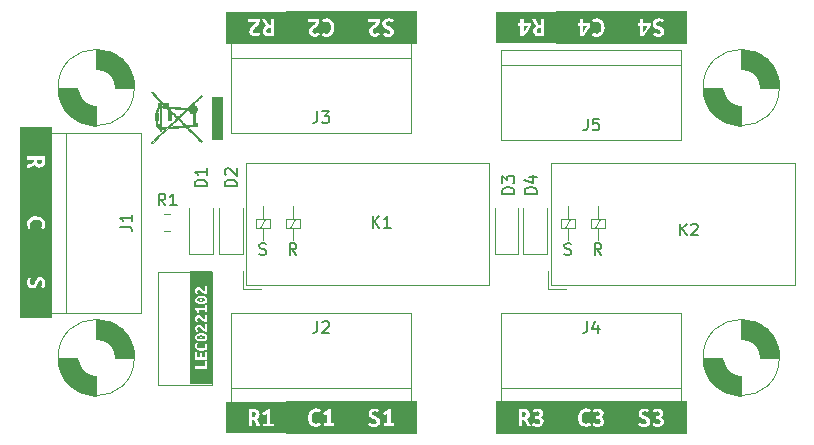
<source format=gto>
G04 #@! TF.GenerationSoftware,KiCad,Pcbnew,6.0.9-8da3e8f707~116~ubuntu20.04.1*
G04 #@! TF.CreationDate,2023-04-19T17:26:23+00:00*
G04 #@! TF.ProjectId,LEC022102,4c454330-3232-4313-9032-2e6b69636164,rev?*
G04 #@! TF.SameCoordinates,Original*
G04 #@! TF.FileFunction,Legend,Top*
G04 #@! TF.FilePolarity,Positive*
%FSLAX46Y46*%
G04 Gerber Fmt 4.6, Leading zero omitted, Abs format (unit mm)*
G04 Created by KiCad (PCBNEW 6.0.9-8da3e8f707~116~ubuntu20.04.1) date 2023-04-19 17:26:23*
%MOMM*%
%LPD*%
G01*
G04 APERTURE LIST*
%ADD10C,0.120000*%
%ADD11C,0.150000*%
%ADD12C,0.010000*%
G04 APERTURE END LIST*
D10*
X95377000Y-96266000D02*
X95377000Y-86741000D01*
X95377000Y-86741000D02*
X99949000Y-86741000D01*
X99949000Y-96266000D02*
X95377000Y-96266000D01*
X99949000Y-86741000D02*
X99949000Y-96266000D01*
D11*
G04 #@! TO.C,D1*
X99512380Y-79478095D02*
X98512380Y-79478095D01*
X98512380Y-79240000D01*
X98560000Y-79097142D01*
X98655238Y-79001904D01*
X98750476Y-78954285D01*
X98940952Y-78906666D01*
X99083809Y-78906666D01*
X99274285Y-78954285D01*
X99369523Y-79001904D01*
X99464761Y-79097142D01*
X99512380Y-79240000D01*
X99512380Y-79478095D01*
X99512380Y-77954285D02*
X99512380Y-78525714D01*
X99512380Y-78240000D02*
X98512380Y-78240000D01*
X98655238Y-78335238D01*
X98750476Y-78430476D01*
X98798095Y-78525714D01*
G04 #@! TO.C,D2*
X102052380Y-79478095D02*
X101052380Y-79478095D01*
X101052380Y-79240000D01*
X101100000Y-79097142D01*
X101195238Y-79001904D01*
X101290476Y-78954285D01*
X101480952Y-78906666D01*
X101623809Y-78906666D01*
X101814285Y-78954285D01*
X101909523Y-79001904D01*
X102004761Y-79097142D01*
X102052380Y-79240000D01*
X102052380Y-79478095D01*
X101147619Y-78525714D02*
X101100000Y-78478095D01*
X101052380Y-78382857D01*
X101052380Y-78144761D01*
X101100000Y-78049523D01*
X101147619Y-78001904D01*
X101242857Y-77954285D01*
X101338095Y-77954285D01*
X101480952Y-78001904D01*
X102052380Y-78573333D01*
X102052380Y-77954285D01*
G04 #@! TO.C,J2*
X108886666Y-90892380D02*
X108886666Y-91606666D01*
X108839047Y-91749523D01*
X108743809Y-91844761D01*
X108600952Y-91892380D01*
X108505714Y-91892380D01*
X109315238Y-90987619D02*
X109362857Y-90940000D01*
X109458095Y-90892380D01*
X109696190Y-90892380D01*
X109791428Y-90940000D01*
X109839047Y-90987619D01*
X109886666Y-91082857D01*
X109886666Y-91178095D01*
X109839047Y-91320952D01*
X109267619Y-91892380D01*
X109886666Y-91892380D01*
G04 #@! TO.C,J3*
X108886666Y-73112380D02*
X108886666Y-73826666D01*
X108839047Y-73969523D01*
X108743809Y-74064761D01*
X108600952Y-74112380D01*
X108505714Y-74112380D01*
X109267619Y-73112380D02*
X109886666Y-73112380D01*
X109553333Y-73493333D01*
X109696190Y-73493333D01*
X109791428Y-73540952D01*
X109839047Y-73588571D01*
X109886666Y-73683809D01*
X109886666Y-73921904D01*
X109839047Y-74017142D01*
X109791428Y-74064761D01*
X109696190Y-74112380D01*
X109410476Y-74112380D01*
X109315238Y-74064761D01*
X109267619Y-74017142D01*
G04 #@! TO.C,K1*
X113561904Y-83002380D02*
X113561904Y-82002380D01*
X114133333Y-83002380D02*
X113704761Y-82430952D01*
X114133333Y-82002380D02*
X113561904Y-82573809D01*
X115085714Y-83002380D02*
X114514285Y-83002380D01*
X114800000Y-83002380D02*
X114800000Y-82002380D01*
X114704761Y-82145238D01*
X114609523Y-82240476D01*
X114514285Y-82288095D01*
X107116523Y-85288380D02*
X106783190Y-84812190D01*
X106545095Y-85288380D02*
X106545095Y-84288380D01*
X106926047Y-84288380D01*
X107021285Y-84336000D01*
X107068904Y-84383619D01*
X107116523Y-84478857D01*
X107116523Y-84621714D01*
X107068904Y-84716952D01*
X107021285Y-84764571D01*
X106926047Y-84812190D01*
X106545095Y-84812190D01*
X103981285Y-85240761D02*
X104124142Y-85288380D01*
X104362238Y-85288380D01*
X104457476Y-85240761D01*
X104505095Y-85193142D01*
X104552714Y-85097904D01*
X104552714Y-85002666D01*
X104505095Y-84907428D01*
X104457476Y-84859809D01*
X104362238Y-84812190D01*
X104171761Y-84764571D01*
X104076523Y-84716952D01*
X104028904Y-84669333D01*
X103981285Y-84574095D01*
X103981285Y-84478857D01*
X104028904Y-84383619D01*
X104076523Y-84336000D01*
X104171761Y-84288380D01*
X104409857Y-84288380D01*
X104552714Y-84336000D01*
G04 #@! TO.C,J1*
X92162380Y-82883333D02*
X92876666Y-82883333D01*
X93019523Y-82930952D01*
X93114761Y-83026190D01*
X93162380Y-83169047D01*
X93162380Y-83264285D01*
X93162380Y-81883333D02*
X93162380Y-82454761D01*
X93162380Y-82169047D02*
X92162380Y-82169047D01*
X92305238Y-82264285D01*
X92400476Y-82359523D01*
X92448095Y-82454761D01*
G04 #@! TO.C,R1*
X96020833Y-81097380D02*
X95687500Y-80621190D01*
X95449404Y-81097380D02*
X95449404Y-80097380D01*
X95830357Y-80097380D01*
X95925595Y-80145000D01*
X95973214Y-80192619D01*
X96020833Y-80287857D01*
X96020833Y-80430714D01*
X95973214Y-80525952D01*
X95925595Y-80573571D01*
X95830357Y-80621190D01*
X95449404Y-80621190D01*
X96973214Y-81097380D02*
X96401785Y-81097380D01*
X96687500Y-81097380D02*
X96687500Y-80097380D01*
X96592261Y-80240238D01*
X96497023Y-80335476D01*
X96401785Y-80383095D01*
G04 #@! TO.C,D3*
X125547380Y-80113095D02*
X124547380Y-80113095D01*
X124547380Y-79875000D01*
X124595000Y-79732142D01*
X124690238Y-79636904D01*
X124785476Y-79589285D01*
X124975952Y-79541666D01*
X125118809Y-79541666D01*
X125309285Y-79589285D01*
X125404523Y-79636904D01*
X125499761Y-79732142D01*
X125547380Y-79875000D01*
X125547380Y-80113095D01*
X124547380Y-79208333D02*
X124547380Y-78589285D01*
X124928333Y-78922619D01*
X124928333Y-78779761D01*
X124975952Y-78684523D01*
X125023571Y-78636904D01*
X125118809Y-78589285D01*
X125356904Y-78589285D01*
X125452142Y-78636904D01*
X125499761Y-78684523D01*
X125547380Y-78779761D01*
X125547380Y-79065476D01*
X125499761Y-79160714D01*
X125452142Y-79208333D01*
G04 #@! TO.C,K2*
X139596904Y-83637380D02*
X139596904Y-82637380D01*
X140168333Y-83637380D02*
X139739761Y-83065952D01*
X140168333Y-82637380D02*
X139596904Y-83208809D01*
X140549285Y-82732619D02*
X140596904Y-82685000D01*
X140692142Y-82637380D01*
X140930238Y-82637380D01*
X141025476Y-82685000D01*
X141073095Y-82732619D01*
X141120714Y-82827857D01*
X141120714Y-82923095D01*
X141073095Y-83065952D01*
X140501666Y-83637380D01*
X141120714Y-83637380D01*
X129808973Y-85240761D02*
X129951830Y-85288380D01*
X130189926Y-85288380D01*
X130285164Y-85240761D01*
X130332783Y-85193142D01*
X130380402Y-85097904D01*
X130380402Y-85002666D01*
X130332783Y-84907428D01*
X130285164Y-84859809D01*
X130189926Y-84812190D01*
X129999449Y-84764571D01*
X129904211Y-84716952D01*
X129856592Y-84669333D01*
X129808973Y-84574095D01*
X129808973Y-84478857D01*
X129856592Y-84383619D01*
X129904211Y-84336000D01*
X129999449Y-84288380D01*
X130237545Y-84288380D01*
X130380402Y-84336000D01*
X132944211Y-85288380D02*
X132610878Y-84812190D01*
X132372783Y-85288380D02*
X132372783Y-84288380D01*
X132753735Y-84288380D01*
X132848973Y-84336000D01*
X132896592Y-84383619D01*
X132944211Y-84478857D01*
X132944211Y-84621714D01*
X132896592Y-84716952D01*
X132848973Y-84764571D01*
X132753735Y-84812190D01*
X132372783Y-84812190D01*
G04 #@! TO.C,J5*
X131776666Y-73747380D02*
X131776666Y-74461666D01*
X131729047Y-74604523D01*
X131633809Y-74699761D01*
X131490952Y-74747380D01*
X131395714Y-74747380D01*
X132729047Y-73747380D02*
X132252857Y-73747380D01*
X132205238Y-74223571D01*
X132252857Y-74175952D01*
X132348095Y-74128333D01*
X132586190Y-74128333D01*
X132681428Y-74175952D01*
X132729047Y-74223571D01*
X132776666Y-74318809D01*
X132776666Y-74556904D01*
X132729047Y-74652142D01*
X132681428Y-74699761D01*
X132586190Y-74747380D01*
X132348095Y-74747380D01*
X132252857Y-74699761D01*
X132205238Y-74652142D01*
G04 #@! TO.C,J4*
X131746666Y-90892380D02*
X131746666Y-91606666D01*
X131699047Y-91749523D01*
X131603809Y-91844761D01*
X131460952Y-91892380D01*
X131365714Y-91892380D01*
X132651428Y-91225714D02*
X132651428Y-91892380D01*
X132413333Y-90844761D02*
X132175238Y-91559047D01*
X132794285Y-91559047D01*
G04 #@! TO.C,D4*
X127452380Y-80113095D02*
X126452380Y-80113095D01*
X126452380Y-79875000D01*
X126500000Y-79732142D01*
X126595238Y-79636904D01*
X126690476Y-79589285D01*
X126880952Y-79541666D01*
X127023809Y-79541666D01*
X127214285Y-79589285D01*
X127309523Y-79636904D01*
X127404761Y-79732142D01*
X127452380Y-79875000D01*
X127452380Y-80113095D01*
X126785714Y-78684523D02*
X127452380Y-78684523D01*
X126404761Y-78922619D02*
X127119047Y-79160714D01*
X127119047Y-78541666D01*
D10*
G04 #@! TO.C,D1*
X100060000Y-85180000D02*
X100060000Y-81280000D01*
X98060000Y-85180000D02*
X100060000Y-85180000D01*
X98060000Y-85180000D02*
X98060000Y-81280000D01*
G04 #@! TO.C,D2*
X102600000Y-85180000D02*
X102600000Y-81280000D01*
X100600000Y-85180000D02*
X100600000Y-81280000D01*
X100600000Y-85180000D02*
X102600000Y-85180000D01*
G04 #@! TO.C,J2*
X101600000Y-97790000D02*
X101600000Y-90170000D01*
X101600000Y-90170000D02*
X116840000Y-90170000D01*
X116840000Y-97790000D02*
X116840000Y-90170000D01*
X101600000Y-97790000D02*
X116840000Y-97790000D01*
X101600000Y-96520000D02*
X116840000Y-96520000D01*
G04 #@! TO.C,J3*
X116840000Y-68580000D02*
X101600000Y-68580000D01*
X116840000Y-67310000D02*
X101600000Y-67310000D01*
X116840000Y-74930000D02*
X101600000Y-74930000D01*
X101600000Y-67310000D02*
X101600000Y-74930000D01*
X116840000Y-67310000D02*
X116840000Y-74930000D01*
G04 #@! TO.C,K1*
X104267000Y-82267000D02*
X104267000Y-81167000D01*
X102616000Y-86614000D02*
X102616000Y-88138000D01*
X106807000Y-82967000D02*
X106807000Y-84067000D01*
X104867000Y-82267000D02*
X104867000Y-82967000D01*
X107407000Y-82267000D02*
X107407000Y-82967000D01*
X103667000Y-82967000D02*
X103667000Y-82267000D01*
X107407000Y-82967000D02*
X106207000Y-82967000D01*
X106207000Y-82267000D02*
X107407000Y-82267000D01*
X102867000Y-87867000D02*
X123467000Y-87867000D01*
X106207000Y-82967000D02*
X106207000Y-82267000D01*
X103667000Y-82267000D02*
X104867000Y-82267000D01*
X104467000Y-82267000D02*
X104067000Y-82967000D01*
X104267000Y-82967000D02*
X104267000Y-84067000D01*
X106807000Y-82267000D02*
X106807000Y-81167000D01*
X102616000Y-88138000D02*
X104140000Y-88138000D01*
X102867000Y-77467000D02*
X102867000Y-87867000D01*
X107007000Y-82267000D02*
X106607000Y-82967000D01*
X123467000Y-87867000D02*
X123467000Y-77467000D01*
X104867000Y-82967000D02*
X103667000Y-82967000D01*
X123467000Y-77467000D02*
X102867000Y-77467000D01*
G04 #@! TO.C,J1*
X86360000Y-90170000D02*
X93980000Y-90170000D01*
X86360000Y-74930000D02*
X93980000Y-74930000D01*
X86360000Y-74930000D02*
X86360000Y-90170000D01*
X87630000Y-74930000D02*
X87630000Y-90170000D01*
X93980000Y-74930000D02*
X93980000Y-90170000D01*
G04 #@! TO.C,H1*
X148004903Y-71120000D02*
G75*
G03*
X148004903Y-71120000I-3224903J0D01*
G01*
G36*
X143180000Y-71220000D02*
G01*
X143280000Y-71620000D01*
X143480000Y-72020000D01*
X143880000Y-72420000D01*
X144280000Y-72620000D01*
X144680000Y-72720000D01*
X144780000Y-72720000D01*
X144780000Y-74344903D01*
X144280000Y-74320000D01*
X143280000Y-74020000D01*
X142480000Y-73420000D01*
X141980000Y-72720000D01*
X141680000Y-72020000D01*
X141580000Y-71620000D01*
X141580000Y-71120000D01*
X143180000Y-71120000D01*
X143180000Y-71220000D01*
G37*
D12*
X143180000Y-71220000D02*
X143280000Y-71620000D01*
X143480000Y-72020000D01*
X143880000Y-72420000D01*
X144280000Y-72620000D01*
X144680000Y-72720000D01*
X144780000Y-72720000D01*
X144780000Y-74344903D01*
X144280000Y-74320000D01*
X143280000Y-74020000D01*
X142480000Y-73420000D01*
X141980000Y-72720000D01*
X141680000Y-72020000D01*
X141580000Y-71620000D01*
X141580000Y-71120000D01*
X143180000Y-71120000D01*
X143180000Y-71220000D01*
G36*
X145280000Y-67920000D02*
G01*
X146280000Y-68220000D01*
X147080000Y-68820000D01*
X147580000Y-69520000D01*
X147880000Y-70220000D01*
X147980000Y-70620000D01*
X147980000Y-71120000D01*
X146380000Y-71120000D01*
X146380000Y-71020000D01*
X146280000Y-70620000D01*
X146080000Y-70220000D01*
X145680000Y-69820000D01*
X145280000Y-69620000D01*
X144880000Y-69520000D01*
X144780000Y-69520000D01*
X144780000Y-67895097D01*
X145280000Y-67920000D01*
G37*
X145280000Y-67920000D02*
X146280000Y-68220000D01*
X147080000Y-68820000D01*
X147580000Y-69520000D01*
X147880000Y-70220000D01*
X147980000Y-70620000D01*
X147980000Y-71120000D01*
X146380000Y-71120000D01*
X146380000Y-71020000D01*
X146280000Y-70620000D01*
X146080000Y-70220000D01*
X145680000Y-69820000D01*
X145280000Y-69620000D01*
X144880000Y-69520000D01*
X144780000Y-69520000D01*
X144780000Y-67895097D01*
X145280000Y-67920000D01*
D10*
G04 #@! TO.C,H2*
X93394903Y-93980000D02*
G75*
G03*
X93394903Y-93980000I-3224903J0D01*
G01*
G36*
X88570000Y-94080000D02*
G01*
X88670000Y-94480000D01*
X88870000Y-94880000D01*
X89270000Y-95280000D01*
X89670000Y-95480000D01*
X90070000Y-95580000D01*
X90170000Y-95580000D01*
X90170000Y-97204903D01*
X89670000Y-97180000D01*
X88670000Y-96880000D01*
X87870000Y-96280000D01*
X87370000Y-95580000D01*
X87070000Y-94880000D01*
X86970000Y-94480000D01*
X86970000Y-93980000D01*
X88570000Y-93980000D01*
X88570000Y-94080000D01*
G37*
D12*
X88570000Y-94080000D02*
X88670000Y-94480000D01*
X88870000Y-94880000D01*
X89270000Y-95280000D01*
X89670000Y-95480000D01*
X90070000Y-95580000D01*
X90170000Y-95580000D01*
X90170000Y-97204903D01*
X89670000Y-97180000D01*
X88670000Y-96880000D01*
X87870000Y-96280000D01*
X87370000Y-95580000D01*
X87070000Y-94880000D01*
X86970000Y-94480000D01*
X86970000Y-93980000D01*
X88570000Y-93980000D01*
X88570000Y-94080000D01*
G36*
X90670000Y-90780000D02*
G01*
X91670000Y-91080000D01*
X92470000Y-91680000D01*
X92970000Y-92380000D01*
X93270000Y-93080000D01*
X93370000Y-93480000D01*
X93370000Y-93980000D01*
X91770000Y-93980000D01*
X91770000Y-93880000D01*
X91670000Y-93480000D01*
X91470000Y-93080000D01*
X91070000Y-92680000D01*
X90670000Y-92480000D01*
X90270000Y-92380000D01*
X90170000Y-92380000D01*
X90170000Y-90755097D01*
X90670000Y-90780000D01*
G37*
X90670000Y-90780000D02*
X91670000Y-91080000D01*
X92470000Y-91680000D01*
X92970000Y-92380000D01*
X93270000Y-93080000D01*
X93370000Y-93480000D01*
X93370000Y-93980000D01*
X91770000Y-93980000D01*
X91770000Y-93880000D01*
X91670000Y-93480000D01*
X91470000Y-93080000D01*
X91070000Y-92680000D01*
X90670000Y-92480000D01*
X90270000Y-92380000D01*
X90170000Y-92380000D01*
X90170000Y-90755097D01*
X90670000Y-90780000D01*
D10*
G04 #@! TO.C,H3*
X148004903Y-93980000D02*
G75*
G03*
X148004903Y-93980000I-3224903J0D01*
G01*
G36*
X143180000Y-94080000D02*
G01*
X143280000Y-94480000D01*
X143480000Y-94880000D01*
X143880000Y-95280000D01*
X144280000Y-95480000D01*
X144680000Y-95580000D01*
X144780000Y-95580000D01*
X144780000Y-97204903D01*
X144280000Y-97180000D01*
X143280000Y-96880000D01*
X142480000Y-96280000D01*
X141980000Y-95580000D01*
X141680000Y-94880000D01*
X141580000Y-94480000D01*
X141580000Y-93980000D01*
X143180000Y-93980000D01*
X143180000Y-94080000D01*
G37*
D12*
X143180000Y-94080000D02*
X143280000Y-94480000D01*
X143480000Y-94880000D01*
X143880000Y-95280000D01*
X144280000Y-95480000D01*
X144680000Y-95580000D01*
X144780000Y-95580000D01*
X144780000Y-97204903D01*
X144280000Y-97180000D01*
X143280000Y-96880000D01*
X142480000Y-96280000D01*
X141980000Y-95580000D01*
X141680000Y-94880000D01*
X141580000Y-94480000D01*
X141580000Y-93980000D01*
X143180000Y-93980000D01*
X143180000Y-94080000D01*
G36*
X145280000Y-90780000D02*
G01*
X146280000Y-91080000D01*
X147080000Y-91680000D01*
X147580000Y-92380000D01*
X147880000Y-93080000D01*
X147980000Y-93480000D01*
X147980000Y-93980000D01*
X146380000Y-93980000D01*
X146380000Y-93880000D01*
X146280000Y-93480000D01*
X146080000Y-93080000D01*
X145680000Y-92680000D01*
X145280000Y-92480000D01*
X144880000Y-92380000D01*
X144780000Y-92380000D01*
X144780000Y-90755097D01*
X145280000Y-90780000D01*
G37*
X145280000Y-90780000D02*
X146280000Y-91080000D01*
X147080000Y-91680000D01*
X147580000Y-92380000D01*
X147880000Y-93080000D01*
X147980000Y-93480000D01*
X147980000Y-93980000D01*
X146380000Y-93980000D01*
X146380000Y-93880000D01*
X146280000Y-93480000D01*
X146080000Y-93080000D01*
X145680000Y-92680000D01*
X145280000Y-92480000D01*
X144880000Y-92380000D01*
X144780000Y-92380000D01*
X144780000Y-90755097D01*
X145280000Y-90780000D01*
D10*
G04 #@! TO.C,H4*
X93394903Y-71120000D02*
G75*
G03*
X93394903Y-71120000I-3224903J0D01*
G01*
G36*
X88570000Y-71220000D02*
G01*
X88670000Y-71620000D01*
X88870000Y-72020000D01*
X89270000Y-72420000D01*
X89670000Y-72620000D01*
X90070000Y-72720000D01*
X90170000Y-72720000D01*
X90170000Y-74344903D01*
X89670000Y-74320000D01*
X88670000Y-74020000D01*
X87870000Y-73420000D01*
X87370000Y-72720000D01*
X87070000Y-72020000D01*
X86970000Y-71620000D01*
X86970000Y-71120000D01*
X88570000Y-71120000D01*
X88570000Y-71220000D01*
G37*
D12*
X88570000Y-71220000D02*
X88670000Y-71620000D01*
X88870000Y-72020000D01*
X89270000Y-72420000D01*
X89670000Y-72620000D01*
X90070000Y-72720000D01*
X90170000Y-72720000D01*
X90170000Y-74344903D01*
X89670000Y-74320000D01*
X88670000Y-74020000D01*
X87870000Y-73420000D01*
X87370000Y-72720000D01*
X87070000Y-72020000D01*
X86970000Y-71620000D01*
X86970000Y-71120000D01*
X88570000Y-71120000D01*
X88570000Y-71220000D01*
G36*
X90670000Y-67920000D02*
G01*
X91670000Y-68220000D01*
X92470000Y-68820000D01*
X92970000Y-69520000D01*
X93270000Y-70220000D01*
X93370000Y-70620000D01*
X93370000Y-71120000D01*
X91770000Y-71120000D01*
X91770000Y-71020000D01*
X91670000Y-70620000D01*
X91470000Y-70220000D01*
X91070000Y-69820000D01*
X90670000Y-69620000D01*
X90270000Y-69520000D01*
X90170000Y-69520000D01*
X90170000Y-67895097D01*
X90670000Y-67920000D01*
G37*
X90670000Y-67920000D02*
X91670000Y-68220000D01*
X92470000Y-68820000D01*
X92970000Y-69520000D01*
X93270000Y-70220000D01*
X93370000Y-70620000D01*
X93370000Y-71120000D01*
X91770000Y-71120000D01*
X91770000Y-71020000D01*
X91670000Y-70620000D01*
X91470000Y-70220000D01*
X91070000Y-69820000D01*
X90670000Y-69620000D01*
X90270000Y-69520000D01*
X90170000Y-69520000D01*
X90170000Y-67895097D01*
X90670000Y-67920000D01*
G04 #@! TO.C,REF\u002A\u002A*
G36*
X95551782Y-74779109D02*
G01*
X95551782Y-74711314D01*
X95550696Y-74671662D01*
X95545454Y-74650116D01*
X95542334Y-74647480D01*
X95533081Y-74639662D01*
X95519604Y-74635442D01*
X95484627Y-74618219D01*
X95442579Y-74585138D01*
X95399356Y-74541893D01*
X95360854Y-74494174D01*
X95340801Y-74462830D01*
X95318851Y-74427123D01*
X95300967Y-74409371D01*
X95451188Y-74409371D01*
X95459254Y-74427987D01*
X95478820Y-74455183D01*
X95502944Y-74482448D01*
X95524682Y-74501267D01*
X95527508Y-74502943D01*
X95542334Y-74508616D01*
X95547856Y-74502955D01*
X95664951Y-74502955D01*
X95693243Y-74496934D01*
X95715618Y-74493863D01*
X95757717Y-74489548D01*
X95814178Y-74484488D01*
X95879635Y-74479181D01*
X95903862Y-74477344D01*
X95973421Y-74471927D01*
X96038018Y-74466459D01*
X96091548Y-74461488D01*
X96127910Y-74457561D01*
X96134509Y-74456675D01*
X96148056Y-74453334D01*
X96163914Y-74446101D01*
X96180135Y-74435805D01*
X96374674Y-74435805D01*
X96387104Y-74435273D01*
X96422110Y-74432769D01*
X96477215Y-74428496D01*
X96549943Y-74422653D01*
X96637814Y-74415443D01*
X96738351Y-74407066D01*
X96849077Y-74397723D01*
X96954205Y-74388758D01*
X97073483Y-74378602D01*
X97186080Y-74369142D01*
X97289305Y-74360596D01*
X97380473Y-74353179D01*
X97456895Y-74347108D01*
X97515883Y-74342601D01*
X97554749Y-74339873D01*
X97569844Y-74339116D01*
X97579238Y-74337935D01*
X97582966Y-74333256D01*
X97579471Y-74323276D01*
X97567199Y-74306190D01*
X97544594Y-74280196D01*
X97510100Y-74243490D01*
X97462162Y-74194267D01*
X97399224Y-74130726D01*
X97331968Y-74063305D01*
X97056477Y-73787601D01*
X97054406Y-73789533D01*
X96946295Y-73890409D01*
X96890377Y-73942768D01*
X96827948Y-74001535D01*
X96761443Y-74064385D01*
X96693298Y-74128995D01*
X96625948Y-74193042D01*
X96561828Y-74254203D01*
X96503372Y-74310153D01*
X96453018Y-74358570D01*
X96413198Y-74397130D01*
X96386350Y-74423509D01*
X96374908Y-74435384D01*
X96374674Y-74435805D01*
X96180135Y-74435805D01*
X96183861Y-74433440D01*
X96209673Y-74413811D01*
X96243129Y-74385678D01*
X96286007Y-74347502D01*
X96340083Y-74297746D01*
X96407136Y-74234871D01*
X96488943Y-74157341D01*
X96571950Y-74078251D01*
X96654094Y-73999564D01*
X96730169Y-73926112D01*
X96798325Y-73859724D01*
X96856712Y-73802227D01*
X96903481Y-73755451D01*
X96936782Y-73721224D01*
X96952222Y-73704182D01*
X97153046Y-73704182D01*
X97162170Y-73715722D01*
X97187200Y-73742710D01*
X97226052Y-73783021D01*
X97276643Y-73834529D01*
X97336888Y-73895109D01*
X97404704Y-73962636D01*
X97460565Y-74017826D01*
X97766129Y-74318724D01*
X98051555Y-74296401D01*
X98135219Y-74289669D01*
X98211727Y-74283157D01*
X98277081Y-74277234D01*
X98327281Y-74272268D01*
X98358329Y-74268629D01*
X98365273Y-74267458D01*
X98393565Y-74260838D01*
X98393565Y-73311364D01*
X98314606Y-73305026D01*
X98221315Y-73285890D01*
X98138791Y-73245846D01*
X98070038Y-73187418D01*
X98018063Y-73113129D01*
X97986863Y-73029748D01*
X97972228Y-73002698D01*
X97940819Y-72989156D01*
X97939434Y-72988872D01*
X97926174Y-72987247D01*
X97912595Y-72989256D01*
X97896181Y-72996858D01*
X97874411Y-73012016D01*
X97844767Y-73036688D01*
X97804732Y-73072836D01*
X97751785Y-73122420D01*
X97683409Y-73187401D01*
X97679005Y-73191599D01*
X97605611Y-73261493D01*
X97527437Y-73335800D01*
X97449864Y-73409414D01*
X97378275Y-73477229D01*
X97318051Y-73534140D01*
X97304587Y-73546832D01*
X97253820Y-73595487D01*
X97210375Y-73638709D01*
X97177241Y-73673395D01*
X97157405Y-73696444D01*
X97153046Y-73704182D01*
X96952222Y-73704182D01*
X96954767Y-73701373D01*
X96957442Y-73697140D01*
X96947741Y-73686003D01*
X96922441Y-73659971D01*
X96884082Y-73621570D01*
X96835200Y-73573328D01*
X96778334Y-73517770D01*
X96736906Y-73477592D01*
X96520000Y-73267831D01*
X96520000Y-73886337D01*
X96281089Y-73886337D01*
X96281089Y-73131881D01*
X96387542Y-73131881D01*
X96249654Y-72993565D01*
X96151840Y-72895447D01*
X96111766Y-72855248D01*
X95988952Y-72855248D01*
X95932450Y-72854863D01*
X95896505Y-72853100D01*
X95876530Y-72849050D01*
X95873438Y-72846442D01*
X96285703Y-72846442D01*
X96292854Y-72856334D01*
X96315841Y-72881524D01*
X96352439Y-72919810D01*
X96400422Y-72968989D01*
X96457566Y-73026861D01*
X96521647Y-73091222D01*
X96590438Y-73159871D01*
X96661716Y-73230605D01*
X96733255Y-73301222D01*
X96802830Y-73369520D01*
X96868217Y-73433296D01*
X96927191Y-73490350D01*
X96977527Y-73538478D01*
X97016999Y-73575478D01*
X97043383Y-73599148D01*
X97054406Y-73607290D01*
X97065780Y-73598984D01*
X97092563Y-73575733D01*
X97132292Y-73539865D01*
X97182507Y-73493713D01*
X97240746Y-73439606D01*
X97304547Y-73379874D01*
X97371449Y-73316848D01*
X97438990Y-73252858D01*
X97504710Y-73190236D01*
X97566146Y-73131310D01*
X97620837Y-73078412D01*
X97666322Y-73033872D01*
X97700138Y-73000020D01*
X97719826Y-72979188D01*
X97723837Y-72973506D01*
X97710891Y-72971634D01*
X97675134Y-72967746D01*
X97618804Y-72962057D01*
X97544140Y-72954781D01*
X97453380Y-72946131D01*
X97348762Y-72936322D01*
X97232526Y-72925566D01*
X97106908Y-72914079D01*
X97005618Y-72904907D01*
X96874279Y-72893174D01*
X96750552Y-72882335D01*
X96636681Y-72872570D01*
X96534911Y-72864063D01*
X96447487Y-72856995D01*
X96376653Y-72851549D01*
X96324653Y-72847908D01*
X96293732Y-72846253D01*
X96285703Y-72846442D01*
X95873438Y-72846442D01*
X95867937Y-72841801D01*
X95866139Y-72830870D01*
X95863498Y-72818712D01*
X95852912Y-72809727D01*
X95830381Y-72802826D01*
X95791909Y-72796924D01*
X95733498Y-72790935D01*
X95712104Y-72789013D01*
X95664951Y-72784852D01*
X95664951Y-74502955D01*
X95547856Y-74502955D01*
X95549462Y-74501308D01*
X95551662Y-74475993D01*
X95551782Y-74458908D01*
X95551782Y-74401881D01*
X95501485Y-74401881D01*
X95469976Y-74403544D01*
X95452463Y-74407697D01*
X95451188Y-74409371D01*
X95300967Y-74409371D01*
X95300411Y-74408819D01*
X95278668Y-74402388D01*
X95265718Y-74401894D01*
X95262575Y-74401894D01*
X95224852Y-74401881D01*
X95224852Y-74296048D01*
X95226029Y-74247355D01*
X95229165Y-74209405D01*
X95233671Y-74188308D01*
X95235495Y-74186023D01*
X95238295Y-74172641D01*
X95237148Y-74140074D01*
X95232393Y-74093916D01*
X95228003Y-74062376D01*
X95219378Y-74005188D01*
X95211591Y-73952886D01*
X95205847Y-73913582D01*
X95204215Y-73902055D01*
X95194888Y-73871937D01*
X95180272Y-73861188D01*
X95322893Y-73861188D01*
X95331496Y-73946065D01*
X95338756Y-74005368D01*
X95348379Y-74068551D01*
X95355252Y-74106386D01*
X95370407Y-74181832D01*
X95461095Y-74185526D01*
X95551782Y-74189221D01*
X95551782Y-72774698D01*
X95502786Y-72822542D01*
X95442324Y-72896850D01*
X95395691Y-72988816D01*
X95362249Y-73099998D01*
X95343753Y-73210471D01*
X95335122Y-73282773D01*
X95426040Y-73282773D01*
X95426040Y-73861188D01*
X95322893Y-73861188D01*
X95180272Y-73861188D01*
X95174320Y-73857920D01*
X95169778Y-73846230D01*
X95166470Y-73823288D01*
X95164215Y-73786265D01*
X95163558Y-73760594D01*
X95262575Y-73760594D01*
X95325446Y-73760594D01*
X95325446Y-73383367D01*
X95262575Y-73383367D01*
X95262575Y-73760594D01*
X95163558Y-73760594D01*
X95162834Y-73732332D01*
X95162150Y-73658660D01*
X95161980Y-73571980D01*
X95162077Y-73479471D01*
X95162530Y-73409094D01*
X95163590Y-73357836D01*
X95165503Y-73322680D01*
X95168519Y-73300611D01*
X95172885Y-73288615D01*
X95178849Y-73283676D01*
X95185784Y-73282773D01*
X95207795Y-73275079D01*
X95220321Y-73249879D01*
X95224788Y-73203991D01*
X95224852Y-73195736D01*
X95232868Y-73118027D01*
X95254936Y-73029767D01*
X95288084Y-72938915D01*
X95329339Y-72853430D01*
X95375731Y-72781274D01*
X95383082Y-72771928D01*
X95406998Y-72741467D01*
X95416576Y-72723428D01*
X95413480Y-72710831D01*
X95400704Y-72697900D01*
X95375678Y-72659707D01*
X95366071Y-72610002D01*
X95371067Y-72556476D01*
X95389851Y-72506822D01*
X95421606Y-72468733D01*
X95425297Y-72465975D01*
X95484575Y-72437474D01*
X95545934Y-72432172D01*
X95604427Y-72449482D01*
X95655104Y-72488820D01*
X95659289Y-72493630D01*
X95679167Y-72521560D01*
X95687921Y-72549898D01*
X95688553Y-72589737D01*
X95687992Y-72599689D01*
X95686562Y-72638668D01*
X95689839Y-72658746D01*
X95699728Y-72666015D01*
X95708961Y-72666760D01*
X95735744Y-72668284D01*
X95776025Y-72672065D01*
X95800124Y-72674782D01*
X95838401Y-72678723D01*
X95857996Y-72677084D01*
X95865158Y-72667579D01*
X95866139Y-72650649D01*
X95862901Y-72640608D01*
X95852420Y-72624410D01*
X95833548Y-72600855D01*
X95805135Y-72568743D01*
X95779126Y-72540891D01*
X95961172Y-72540891D01*
X96042179Y-72622624D01*
X96091428Y-72668730D01*
X96129159Y-72696306D01*
X96151840Y-72704357D01*
X96167270Y-72702529D01*
X96175867Y-72693277D01*
X96179613Y-72670950D01*
X96180489Y-72629895D01*
X96180495Y-72622624D01*
X96180495Y-72540891D01*
X95961172Y-72540891D01*
X95779126Y-72540891D01*
X95766035Y-72526872D01*
X95715097Y-72474043D01*
X95651173Y-72409055D01*
X95573114Y-72330709D01*
X95479772Y-72237803D01*
X95369998Y-72129137D01*
X95316952Y-72076769D01*
X94767767Y-71534951D01*
X94854848Y-71535570D01*
X94941931Y-71536189D01*
X95400891Y-71987914D01*
X95859852Y-72439639D01*
X96070471Y-72439968D01*
X96281089Y-72440297D01*
X96281089Y-72715390D01*
X96334530Y-72722478D01*
X96358888Y-72725162D01*
X96404759Y-72729687D01*
X96469405Y-72735809D01*
X96550091Y-72743288D01*
X96644081Y-72751881D01*
X96748637Y-72761346D01*
X96861025Y-72771442D01*
X96978507Y-72781926D01*
X97098348Y-72792556D01*
X97217811Y-72803091D01*
X97334159Y-72813287D01*
X97444657Y-72822905D01*
X97546569Y-72831700D01*
X97637158Y-72839432D01*
X97713687Y-72845858D01*
X97773421Y-72850737D01*
X97813624Y-72853825D01*
X97831559Y-72854883D01*
X97831644Y-72854882D01*
X97846035Y-72847173D01*
X97875748Y-72824019D01*
X97921131Y-72785105D01*
X97982529Y-72730116D01*
X98060288Y-72658736D01*
X98154754Y-72570651D01*
X98266272Y-72465546D01*
X98395188Y-72343105D01*
X98431287Y-72308690D01*
X99003416Y-71762863D01*
X99091436Y-71851119D01*
X99013758Y-71922515D01*
X98985686Y-71948634D01*
X98942274Y-71989434D01*
X98886366Y-72042223D01*
X98820808Y-72104309D01*
X98748441Y-72173000D01*
X98672112Y-72245604D01*
X98626524Y-72289040D01*
X98541119Y-72370584D01*
X98472710Y-72436496D01*
X98420053Y-72488456D01*
X98381905Y-72528145D01*
X98357020Y-72557243D01*
X98344156Y-72577431D01*
X98342068Y-72590390D01*
X98349513Y-72597800D01*
X98365246Y-72601342D01*
X98388023Y-72602697D01*
X98394239Y-72602879D01*
X98437061Y-72612297D01*
X98488819Y-72635503D01*
X98541328Y-72667864D01*
X98586403Y-72704748D01*
X98600328Y-72719507D01*
X98649047Y-72795233D01*
X98676306Y-72883692D01*
X98682773Y-72961900D01*
X98670576Y-73050532D01*
X98634813Y-73132388D01*
X98576722Y-73204836D01*
X98562262Y-73218203D01*
X98506733Y-73267082D01*
X98506733Y-74112674D01*
X98682773Y-74112674D01*
X98682773Y-74339010D01*
X98600531Y-74339010D01*
X98544386Y-74341850D01*
X98505416Y-74351393D01*
X98484219Y-74362991D01*
X98469052Y-74371277D01*
X98447062Y-74378373D01*
X98414987Y-74384748D01*
X98369569Y-74390872D01*
X98307548Y-74397216D01*
X98225662Y-74404250D01*
X98164746Y-74409066D01*
X97879343Y-74431161D01*
X98428805Y-74973565D01*
X98528228Y-75071637D01*
X98623815Y-75165784D01*
X98713810Y-75254285D01*
X98796457Y-75335420D01*
X98870001Y-75407469D01*
X98932684Y-75468712D01*
X98982752Y-75517427D01*
X99018448Y-75551896D01*
X99037995Y-75570379D01*
X99068944Y-75600743D01*
X99090530Y-75626071D01*
X99097723Y-75639695D01*
X99089297Y-75657095D01*
X99068245Y-75682460D01*
X99059671Y-75691058D01*
X99021620Y-75727514D01*
X98817658Y-75526802D01*
X98765699Y-75475596D01*
X98698820Y-75409569D01*
X98619950Y-75331618D01*
X98532014Y-75244638D01*
X98437941Y-75151526D01*
X98340658Y-75055179D01*
X98243093Y-74958492D01*
X98173145Y-74889134D01*
X98066550Y-74783703D01*
X97976307Y-74695129D01*
X97901192Y-74622281D01*
X97839986Y-74564023D01*
X97791466Y-74519225D01*
X97766129Y-74497021D01*
X97754411Y-74486751D01*
X97727599Y-74465471D01*
X97709808Y-74454251D01*
X97701570Y-74451754D01*
X97683590Y-74452700D01*
X97642892Y-74455573D01*
X97581819Y-74460187D01*
X97502713Y-74466358D01*
X97407914Y-74473898D01*
X97299767Y-74482621D01*
X97180612Y-74492343D01*
X97052791Y-74502876D01*
X96950635Y-74511365D01*
X96374674Y-74559396D01*
X96230726Y-74571401D01*
X95599158Y-75171938D01*
X94967589Y-75772475D01*
X94879315Y-75772034D01*
X94791040Y-75771592D01*
X94894666Y-75674583D01*
X94952463Y-75620291D01*
X95020368Y-75556192D01*
X95096572Y-75484016D01*
X95179269Y-75405492D01*
X95266653Y-75322349D01*
X95356915Y-75236319D01*
X95448250Y-75149130D01*
X95538849Y-75062513D01*
X95626907Y-74978197D01*
X95710615Y-74897912D01*
X95788167Y-74823387D01*
X95857757Y-74756354D01*
X95917576Y-74698541D01*
X95965818Y-74651679D01*
X96000676Y-74617496D01*
X96020343Y-74597724D01*
X96024116Y-74593390D01*
X96010992Y-74593092D01*
X95977389Y-74594731D01*
X95927880Y-74598023D01*
X95867037Y-74602682D01*
X95842732Y-74604682D01*
X95664951Y-74619577D01*
X95664951Y-74779109D01*
X95551782Y-74779109D01*
G37*
X95551782Y-74779109D02*
X95551782Y-74711314D01*
X95550696Y-74671662D01*
X95545454Y-74650116D01*
X95542334Y-74647480D01*
X95533081Y-74639662D01*
X95519604Y-74635442D01*
X95484627Y-74618219D01*
X95442579Y-74585138D01*
X95399356Y-74541893D01*
X95360854Y-74494174D01*
X95340801Y-74462830D01*
X95318851Y-74427123D01*
X95300967Y-74409371D01*
X95451188Y-74409371D01*
X95459254Y-74427987D01*
X95478820Y-74455183D01*
X95502944Y-74482448D01*
X95524682Y-74501267D01*
X95527508Y-74502943D01*
X95542334Y-74508616D01*
X95547856Y-74502955D01*
X95664951Y-74502955D01*
X95693243Y-74496934D01*
X95715618Y-74493863D01*
X95757717Y-74489548D01*
X95814178Y-74484488D01*
X95879635Y-74479181D01*
X95903862Y-74477344D01*
X95973421Y-74471927D01*
X96038018Y-74466459D01*
X96091548Y-74461488D01*
X96127910Y-74457561D01*
X96134509Y-74456675D01*
X96148056Y-74453334D01*
X96163914Y-74446101D01*
X96180135Y-74435805D01*
X96374674Y-74435805D01*
X96387104Y-74435273D01*
X96422110Y-74432769D01*
X96477215Y-74428496D01*
X96549943Y-74422653D01*
X96637814Y-74415443D01*
X96738351Y-74407066D01*
X96849077Y-74397723D01*
X96954205Y-74388758D01*
X97073483Y-74378602D01*
X97186080Y-74369142D01*
X97289305Y-74360596D01*
X97380473Y-74353179D01*
X97456895Y-74347108D01*
X97515883Y-74342601D01*
X97554749Y-74339873D01*
X97569844Y-74339116D01*
X97579238Y-74337935D01*
X97582966Y-74333256D01*
X97579471Y-74323276D01*
X97567199Y-74306190D01*
X97544594Y-74280196D01*
X97510100Y-74243490D01*
X97462162Y-74194267D01*
X97399224Y-74130726D01*
X97331968Y-74063305D01*
X97056477Y-73787601D01*
X97054406Y-73789533D01*
X96946295Y-73890409D01*
X96890377Y-73942768D01*
X96827948Y-74001535D01*
X96761443Y-74064385D01*
X96693298Y-74128995D01*
X96625948Y-74193042D01*
X96561828Y-74254203D01*
X96503372Y-74310153D01*
X96453018Y-74358570D01*
X96413198Y-74397130D01*
X96386350Y-74423509D01*
X96374908Y-74435384D01*
X96374674Y-74435805D01*
X96180135Y-74435805D01*
X96183861Y-74433440D01*
X96209673Y-74413811D01*
X96243129Y-74385678D01*
X96286007Y-74347502D01*
X96340083Y-74297746D01*
X96407136Y-74234871D01*
X96488943Y-74157341D01*
X96571950Y-74078251D01*
X96654094Y-73999564D01*
X96730169Y-73926112D01*
X96798325Y-73859724D01*
X96856712Y-73802227D01*
X96903481Y-73755451D01*
X96936782Y-73721224D01*
X96952222Y-73704182D01*
X97153046Y-73704182D01*
X97162170Y-73715722D01*
X97187200Y-73742710D01*
X97226052Y-73783021D01*
X97276643Y-73834529D01*
X97336888Y-73895109D01*
X97404704Y-73962636D01*
X97460565Y-74017826D01*
X97766129Y-74318724D01*
X98051555Y-74296401D01*
X98135219Y-74289669D01*
X98211727Y-74283157D01*
X98277081Y-74277234D01*
X98327281Y-74272268D01*
X98358329Y-74268629D01*
X98365273Y-74267458D01*
X98393565Y-74260838D01*
X98393565Y-73311364D01*
X98314606Y-73305026D01*
X98221315Y-73285890D01*
X98138791Y-73245846D01*
X98070038Y-73187418D01*
X98018063Y-73113129D01*
X97986863Y-73029748D01*
X97972228Y-73002698D01*
X97940819Y-72989156D01*
X97939434Y-72988872D01*
X97926174Y-72987247D01*
X97912595Y-72989256D01*
X97896181Y-72996858D01*
X97874411Y-73012016D01*
X97844767Y-73036688D01*
X97804732Y-73072836D01*
X97751785Y-73122420D01*
X97683409Y-73187401D01*
X97679005Y-73191599D01*
X97605611Y-73261493D01*
X97527437Y-73335800D01*
X97449864Y-73409414D01*
X97378275Y-73477229D01*
X97318051Y-73534140D01*
X97304587Y-73546832D01*
X97253820Y-73595487D01*
X97210375Y-73638709D01*
X97177241Y-73673395D01*
X97157405Y-73696444D01*
X97153046Y-73704182D01*
X96952222Y-73704182D01*
X96954767Y-73701373D01*
X96957442Y-73697140D01*
X96947741Y-73686003D01*
X96922441Y-73659971D01*
X96884082Y-73621570D01*
X96835200Y-73573328D01*
X96778334Y-73517770D01*
X96736906Y-73477592D01*
X96520000Y-73267831D01*
X96520000Y-73886337D01*
X96281089Y-73886337D01*
X96281089Y-73131881D01*
X96387542Y-73131881D01*
X96249654Y-72993565D01*
X96151840Y-72895447D01*
X96111766Y-72855248D01*
X95988952Y-72855248D01*
X95932450Y-72854863D01*
X95896505Y-72853100D01*
X95876530Y-72849050D01*
X95873438Y-72846442D01*
X96285703Y-72846442D01*
X96292854Y-72856334D01*
X96315841Y-72881524D01*
X96352439Y-72919810D01*
X96400422Y-72968989D01*
X96457566Y-73026861D01*
X96521647Y-73091222D01*
X96590438Y-73159871D01*
X96661716Y-73230605D01*
X96733255Y-73301222D01*
X96802830Y-73369520D01*
X96868217Y-73433296D01*
X96927191Y-73490350D01*
X96977527Y-73538478D01*
X97016999Y-73575478D01*
X97043383Y-73599148D01*
X97054406Y-73607290D01*
X97065780Y-73598984D01*
X97092563Y-73575733D01*
X97132292Y-73539865D01*
X97182507Y-73493713D01*
X97240746Y-73439606D01*
X97304547Y-73379874D01*
X97371449Y-73316848D01*
X97438990Y-73252858D01*
X97504710Y-73190236D01*
X97566146Y-73131310D01*
X97620837Y-73078412D01*
X97666322Y-73033872D01*
X97700138Y-73000020D01*
X97719826Y-72979188D01*
X97723837Y-72973506D01*
X97710891Y-72971634D01*
X97675134Y-72967746D01*
X97618804Y-72962057D01*
X97544140Y-72954781D01*
X97453380Y-72946131D01*
X97348762Y-72936322D01*
X97232526Y-72925566D01*
X97106908Y-72914079D01*
X97005618Y-72904907D01*
X96874279Y-72893174D01*
X96750552Y-72882335D01*
X96636681Y-72872570D01*
X96534911Y-72864063D01*
X96447487Y-72856995D01*
X96376653Y-72851549D01*
X96324653Y-72847908D01*
X96293732Y-72846253D01*
X96285703Y-72846442D01*
X95873438Y-72846442D01*
X95867937Y-72841801D01*
X95866139Y-72830870D01*
X95863498Y-72818712D01*
X95852912Y-72809727D01*
X95830381Y-72802826D01*
X95791909Y-72796924D01*
X95733498Y-72790935D01*
X95712104Y-72789013D01*
X95664951Y-72784852D01*
X95664951Y-74502955D01*
X95547856Y-74502955D01*
X95549462Y-74501308D01*
X95551662Y-74475993D01*
X95551782Y-74458908D01*
X95551782Y-74401881D01*
X95501485Y-74401881D01*
X95469976Y-74403544D01*
X95452463Y-74407697D01*
X95451188Y-74409371D01*
X95300967Y-74409371D01*
X95300411Y-74408819D01*
X95278668Y-74402388D01*
X95265718Y-74401894D01*
X95262575Y-74401894D01*
X95224852Y-74401881D01*
X95224852Y-74296048D01*
X95226029Y-74247355D01*
X95229165Y-74209405D01*
X95233671Y-74188308D01*
X95235495Y-74186023D01*
X95238295Y-74172641D01*
X95237148Y-74140074D01*
X95232393Y-74093916D01*
X95228003Y-74062376D01*
X95219378Y-74005188D01*
X95211591Y-73952886D01*
X95205847Y-73913582D01*
X95204215Y-73902055D01*
X95194888Y-73871937D01*
X95180272Y-73861188D01*
X95322893Y-73861188D01*
X95331496Y-73946065D01*
X95338756Y-74005368D01*
X95348379Y-74068551D01*
X95355252Y-74106386D01*
X95370407Y-74181832D01*
X95461095Y-74185526D01*
X95551782Y-74189221D01*
X95551782Y-72774698D01*
X95502786Y-72822542D01*
X95442324Y-72896850D01*
X95395691Y-72988816D01*
X95362249Y-73099998D01*
X95343753Y-73210471D01*
X95335122Y-73282773D01*
X95426040Y-73282773D01*
X95426040Y-73861188D01*
X95322893Y-73861188D01*
X95180272Y-73861188D01*
X95174320Y-73857920D01*
X95169778Y-73846230D01*
X95166470Y-73823288D01*
X95164215Y-73786265D01*
X95163558Y-73760594D01*
X95262575Y-73760594D01*
X95325446Y-73760594D01*
X95325446Y-73383367D01*
X95262575Y-73383367D01*
X95262575Y-73760594D01*
X95163558Y-73760594D01*
X95162834Y-73732332D01*
X95162150Y-73658660D01*
X95161980Y-73571980D01*
X95162077Y-73479471D01*
X95162530Y-73409094D01*
X95163590Y-73357836D01*
X95165503Y-73322680D01*
X95168519Y-73300611D01*
X95172885Y-73288615D01*
X95178849Y-73283676D01*
X95185784Y-73282773D01*
X95207795Y-73275079D01*
X95220321Y-73249879D01*
X95224788Y-73203991D01*
X95224852Y-73195736D01*
X95232868Y-73118027D01*
X95254936Y-73029767D01*
X95288084Y-72938915D01*
X95329339Y-72853430D01*
X95375731Y-72781274D01*
X95383082Y-72771928D01*
X95406998Y-72741467D01*
X95416576Y-72723428D01*
X95413480Y-72710831D01*
X95400704Y-72697900D01*
X95375678Y-72659707D01*
X95366071Y-72610002D01*
X95371067Y-72556476D01*
X95389851Y-72506822D01*
X95421606Y-72468733D01*
X95425297Y-72465975D01*
X95484575Y-72437474D01*
X95545934Y-72432172D01*
X95604427Y-72449482D01*
X95655104Y-72488820D01*
X95659289Y-72493630D01*
X95679167Y-72521560D01*
X95687921Y-72549898D01*
X95688553Y-72589737D01*
X95687992Y-72599689D01*
X95686562Y-72638668D01*
X95689839Y-72658746D01*
X95699728Y-72666015D01*
X95708961Y-72666760D01*
X95735744Y-72668284D01*
X95776025Y-72672065D01*
X95800124Y-72674782D01*
X95838401Y-72678723D01*
X95857996Y-72677084D01*
X95865158Y-72667579D01*
X95866139Y-72650649D01*
X95862901Y-72640608D01*
X95852420Y-72624410D01*
X95833548Y-72600855D01*
X95805135Y-72568743D01*
X95779126Y-72540891D01*
X95961172Y-72540891D01*
X96042179Y-72622624D01*
X96091428Y-72668730D01*
X96129159Y-72696306D01*
X96151840Y-72704357D01*
X96167270Y-72702529D01*
X96175867Y-72693277D01*
X96179613Y-72670950D01*
X96180489Y-72629895D01*
X96180495Y-72622624D01*
X96180495Y-72540891D01*
X95961172Y-72540891D01*
X95779126Y-72540891D01*
X95766035Y-72526872D01*
X95715097Y-72474043D01*
X95651173Y-72409055D01*
X95573114Y-72330709D01*
X95479772Y-72237803D01*
X95369998Y-72129137D01*
X95316952Y-72076769D01*
X94767767Y-71534951D01*
X94854848Y-71535570D01*
X94941931Y-71536189D01*
X95400891Y-71987914D01*
X95859852Y-72439639D01*
X96070471Y-72439968D01*
X96281089Y-72440297D01*
X96281089Y-72715390D01*
X96334530Y-72722478D01*
X96358888Y-72725162D01*
X96404759Y-72729687D01*
X96469405Y-72735809D01*
X96550091Y-72743288D01*
X96644081Y-72751881D01*
X96748637Y-72761346D01*
X96861025Y-72771442D01*
X96978507Y-72781926D01*
X97098348Y-72792556D01*
X97217811Y-72803091D01*
X97334159Y-72813287D01*
X97444657Y-72822905D01*
X97546569Y-72831700D01*
X97637158Y-72839432D01*
X97713687Y-72845858D01*
X97773421Y-72850737D01*
X97813624Y-72853825D01*
X97831559Y-72854883D01*
X97831644Y-72854882D01*
X97846035Y-72847173D01*
X97875748Y-72824019D01*
X97921131Y-72785105D01*
X97982529Y-72730116D01*
X98060288Y-72658736D01*
X98154754Y-72570651D01*
X98266272Y-72465546D01*
X98395188Y-72343105D01*
X98431287Y-72308690D01*
X99003416Y-71762863D01*
X99091436Y-71851119D01*
X99013758Y-71922515D01*
X98985686Y-71948634D01*
X98942274Y-71989434D01*
X98886366Y-72042223D01*
X98820808Y-72104309D01*
X98748441Y-72173000D01*
X98672112Y-72245604D01*
X98626524Y-72289040D01*
X98541119Y-72370584D01*
X98472710Y-72436496D01*
X98420053Y-72488456D01*
X98381905Y-72528145D01*
X98357020Y-72557243D01*
X98344156Y-72577431D01*
X98342068Y-72590390D01*
X98349513Y-72597800D01*
X98365246Y-72601342D01*
X98388023Y-72602697D01*
X98394239Y-72602879D01*
X98437061Y-72612297D01*
X98488819Y-72635503D01*
X98541328Y-72667864D01*
X98586403Y-72704748D01*
X98600328Y-72719507D01*
X98649047Y-72795233D01*
X98676306Y-72883692D01*
X98682773Y-72961900D01*
X98670576Y-73050532D01*
X98634813Y-73132388D01*
X98576722Y-73204836D01*
X98562262Y-73218203D01*
X98506733Y-73267082D01*
X98506733Y-74112674D01*
X98682773Y-74112674D01*
X98682773Y-74339010D01*
X98600531Y-74339010D01*
X98544386Y-74341850D01*
X98505416Y-74351393D01*
X98484219Y-74362991D01*
X98469052Y-74371277D01*
X98447062Y-74378373D01*
X98414987Y-74384748D01*
X98369569Y-74390872D01*
X98307548Y-74397216D01*
X98225662Y-74404250D01*
X98164746Y-74409066D01*
X97879343Y-74431161D01*
X98428805Y-74973565D01*
X98528228Y-75071637D01*
X98623815Y-75165784D01*
X98713810Y-75254285D01*
X98796457Y-75335420D01*
X98870001Y-75407469D01*
X98932684Y-75468712D01*
X98982752Y-75517427D01*
X99018448Y-75551896D01*
X99037995Y-75570379D01*
X99068944Y-75600743D01*
X99090530Y-75626071D01*
X99097723Y-75639695D01*
X99089297Y-75657095D01*
X99068245Y-75682460D01*
X99059671Y-75691058D01*
X99021620Y-75727514D01*
X98817658Y-75526802D01*
X98765699Y-75475596D01*
X98698820Y-75409569D01*
X98619950Y-75331618D01*
X98532014Y-75244638D01*
X98437941Y-75151526D01*
X98340658Y-75055179D01*
X98243093Y-74958492D01*
X98173145Y-74889134D01*
X98066550Y-74783703D01*
X97976307Y-74695129D01*
X97901192Y-74622281D01*
X97839986Y-74564023D01*
X97791466Y-74519225D01*
X97766129Y-74497021D01*
X97754411Y-74486751D01*
X97727599Y-74465471D01*
X97709808Y-74454251D01*
X97701570Y-74451754D01*
X97683590Y-74452700D01*
X97642892Y-74455573D01*
X97581819Y-74460187D01*
X97502713Y-74466358D01*
X97407914Y-74473898D01*
X97299767Y-74482621D01*
X97180612Y-74492343D01*
X97052791Y-74502876D01*
X96950635Y-74511365D01*
X96374674Y-74559396D01*
X96230726Y-74571401D01*
X95599158Y-75171938D01*
X94967589Y-75772475D01*
X94879315Y-75772034D01*
X94791040Y-75771592D01*
X94894666Y-75674583D01*
X94952463Y-75620291D01*
X95020368Y-75556192D01*
X95096572Y-75484016D01*
X95179269Y-75405492D01*
X95266653Y-75322349D01*
X95356915Y-75236319D01*
X95448250Y-75149130D01*
X95538849Y-75062513D01*
X95626907Y-74978197D01*
X95710615Y-74897912D01*
X95788167Y-74823387D01*
X95857757Y-74756354D01*
X95917576Y-74698541D01*
X95965818Y-74651679D01*
X96000676Y-74617496D01*
X96020343Y-74597724D01*
X96024116Y-74593390D01*
X96010992Y-74593092D01*
X95977389Y-74594731D01*
X95927880Y-74598023D01*
X95867037Y-74602682D01*
X95842732Y-74604682D01*
X95664951Y-74619577D01*
X95664951Y-74779109D01*
X95551782Y-74779109D01*
G36*
X100807822Y-75432971D02*
G01*
X99940198Y-75432971D01*
X99940198Y-71912178D01*
X100807822Y-71912178D01*
X100807822Y-75432971D01*
G37*
X100807822Y-75432971D02*
X99940198Y-75432971D01*
X99940198Y-71912178D01*
X100807822Y-71912178D01*
X100807822Y-75432971D01*
D10*
G04 #@! TO.C,R1*
X96446078Y-83260000D02*
X95928922Y-83260000D01*
X96446078Y-81840000D02*
X95928922Y-81840000D01*
G04 #@! TO.C,kibuzzard-62BC6F34*
G36*
X135078887Y-67404456D02*
G01*
X129081113Y-67404456D01*
X129081113Y-65889981D01*
X130951287Y-65889981D01*
X131110831Y-65889981D01*
X131110831Y-66775806D01*
X131372769Y-66775806D01*
X131468019Y-66674305D01*
X131563269Y-66560303D01*
X131656137Y-66439157D01*
X131744244Y-66316225D01*
X131826397Y-66193888D01*
X131901406Y-66074528D01*
X131966295Y-65962907D01*
X132018087Y-65863788D01*
X132018087Y-65649475D01*
X131403725Y-65649475D01*
X131403725Y-65373250D01*
X132156200Y-65373250D01*
X132230019Y-65604231D01*
X132350272Y-65551844D01*
X132539581Y-65525650D01*
X132709543Y-65559285D01*
X132824141Y-65660191D01*
X132872427Y-65762981D01*
X132901399Y-65891966D01*
X132911056Y-66047144D01*
X132903020Y-66180494D01*
X132878909Y-66290031D01*
X132795566Y-66446003D01*
X132678884Y-66529347D01*
X132544344Y-66554350D01*
X132366941Y-66529347D01*
X132234781Y-66468625D01*
X132158581Y-66701988D01*
X132207397Y-66730563D01*
X132287169Y-66766281D01*
X132397897Y-66796047D01*
X132539581Y-66809144D01*
X132679182Y-66796345D01*
X132807472Y-66757947D01*
X132921772Y-66694844D01*
X133019403Y-66607928D01*
X133098877Y-66498093D01*
X133158706Y-66366231D01*
X133196211Y-66213236D01*
X133208712Y-66040000D01*
X133198443Y-65866020D01*
X133167636Y-65713173D01*
X133116290Y-65581461D01*
X133044406Y-65470881D01*
X132918465Y-65359756D01*
X132759715Y-65293081D01*
X132568156Y-65270856D01*
X132438080Y-65278893D01*
X132324078Y-65303003D01*
X132156200Y-65373250D01*
X131403725Y-65373250D01*
X131403725Y-65301813D01*
X131110831Y-65301813D01*
X131110831Y-65649475D01*
X130951287Y-65649475D01*
X130951287Y-65889981D01*
X129081113Y-65889981D01*
X129081113Y-64675544D01*
X135078887Y-64675544D01*
X135078887Y-67404456D01*
G37*
G36*
X131665662Y-66025713D02*
G01*
X131581128Y-66162634D01*
X131491831Y-66292413D01*
X131403725Y-66409094D01*
X131403725Y-65889981D01*
X131737100Y-65889981D01*
X131665662Y-66025713D01*
G37*
G04 #@! TO.C,kibuzzard-62BC6E53*
G36*
X85579347Y-77292597D02*
G01*
X85580537Y-77333078D01*
X85566845Y-77438448D01*
X85525769Y-77521197D01*
X85455522Y-77574775D01*
X85354319Y-77592634D01*
X85188822Y-77525959D01*
X85145066Y-77438448D01*
X85130481Y-77309266D01*
X85130481Y-77244972D01*
X85573394Y-77244972D01*
X85579347Y-77292597D01*
G37*
G36*
X86430644Y-74471113D02*
G01*
X86430644Y-80468887D01*
X83749356Y-80468887D01*
X83749356Y-77987922D01*
X84344669Y-77987922D01*
X84500641Y-77920056D01*
X84664947Y-77837903D01*
X84822109Y-77749797D01*
X84959031Y-77664072D01*
X85026302Y-77768252D01*
X85118575Y-77837903D01*
X85229303Y-77877194D01*
X85351938Y-77890291D01*
X85467726Y-77880468D01*
X85567441Y-77851000D01*
X85718650Y-77737891D01*
X85770442Y-77656928D01*
X85806756Y-77561678D01*
X85828188Y-77453331D01*
X85835331Y-77333078D01*
X85832950Y-77249734D01*
X85826997Y-77149722D01*
X85815091Y-77046138D01*
X85797231Y-76952078D01*
X84344669Y-76952078D01*
X84344669Y-77244972D01*
X84887594Y-77244972D01*
X84887594Y-77397372D01*
X84752755Y-77478037D01*
X84619703Y-77553344D01*
X84484865Y-77621507D01*
X84344669Y-77680741D01*
X84344669Y-77987922D01*
X83749356Y-77987922D01*
X83749356Y-74471113D01*
X86430644Y-74471113D01*
G37*
G04 #@! TO.C,kibuzzard-62BC6F69*
G36*
X111301113Y-97695544D02*
G01*
X117298887Y-97695544D01*
X117298887Y-100424456D01*
X111301113Y-100424456D01*
X111301113Y-99717225D01*
X113205816Y-99717225D01*
X113370122Y-99789853D01*
X113498114Y-99819321D01*
X113663016Y-99829144D01*
X113830100Y-99816576D01*
X113966228Y-99778873D01*
X114071400Y-99716034D01*
X114172305Y-99579410D01*
X114205941Y-99395756D01*
X114195820Y-99284730D01*
X114165459Y-99194541D01*
X114061875Y-99061191D01*
X113923763Y-98975466D01*
X113779697Y-98917125D01*
X113688019Y-98881406D01*
X113604675Y-98837353D01*
X113543953Y-98780203D01*
X113520141Y-98705194D01*
X113540519Y-98631375D01*
X114415491Y-98631375D01*
X114510741Y-98874262D01*
X114655997Y-98815922D01*
X114808397Y-98731387D01*
X114808397Y-99555300D01*
X114498834Y-99555300D01*
X114498834Y-99798187D01*
X115394184Y-99798187D01*
X115394184Y-99555300D01*
X115101291Y-99555300D01*
X115101291Y-98324194D01*
X114901266Y-98324194D01*
X114798872Y-98417062D01*
X114672666Y-98502787D01*
X114539316Y-98576606D01*
X114415491Y-98631375D01*
X113540519Y-98631375D01*
X113546070Y-98611267D01*
X113623857Y-98554910D01*
X113753503Y-98536125D01*
X113921381Y-98559937D01*
X114053541Y-98617087D01*
X114139266Y-98390869D01*
X113969006Y-98321812D01*
X113859171Y-98298595D01*
X113732072Y-98290856D01*
X113586154Y-98303821D01*
X113462726Y-98342715D01*
X113361788Y-98407537D01*
X113260882Y-98546841D01*
X113227247Y-98731387D01*
X113265347Y-98906409D01*
X113361788Y-99024281D01*
X113491566Y-99102862D01*
X113629678Y-99157631D01*
X113729691Y-99199303D01*
X113820178Y-99249309D01*
X113886853Y-99312412D01*
X113913047Y-99393375D01*
X113902331Y-99463622D01*
X113863041Y-99525534D01*
X113785650Y-99568397D01*
X113663016Y-99583875D01*
X113544251Y-99575541D01*
X113445131Y-99550537D01*
X113291541Y-99479100D01*
X113205816Y-99717225D01*
X111301113Y-99717225D01*
X111301113Y-97695544D01*
G37*
G04 #@! TO.C,D3*
X125900000Y-85180000D02*
X125900000Y-81280000D01*
X123900000Y-85180000D02*
X123900000Y-81280000D01*
X123900000Y-85180000D02*
X125900000Y-85180000D01*
G04 #@! TO.C,K2*
X128443688Y-88138000D02*
X129967688Y-88138000D01*
X133234688Y-82967000D02*
X132034688Y-82967000D01*
X132834688Y-82267000D02*
X132434688Y-82967000D01*
X129494688Y-82967000D02*
X129494688Y-82267000D01*
X149294688Y-87867000D02*
X149294688Y-77467000D01*
X132034688Y-82267000D02*
X133234688Y-82267000D01*
X133234688Y-82267000D02*
X133234688Y-82967000D01*
X130694688Y-82967000D02*
X129494688Y-82967000D01*
X128694688Y-77467000D02*
X128694688Y-87867000D01*
X130294688Y-82267000D02*
X129894688Y-82967000D01*
X130694688Y-82267000D02*
X130694688Y-82967000D01*
X132034688Y-82967000D02*
X132034688Y-82267000D01*
X132634688Y-82967000D02*
X132634688Y-84067000D01*
X130094688Y-82967000D02*
X130094688Y-84067000D01*
X149294688Y-77467000D02*
X128694688Y-77467000D01*
X132634688Y-82267000D02*
X132634688Y-81167000D01*
X129494688Y-82267000D02*
X130694688Y-82267000D01*
X128694688Y-87867000D02*
X149294688Y-87867000D01*
X130094688Y-82267000D02*
X130094688Y-81167000D01*
X128443688Y-86614000D02*
X128443688Y-88138000D01*
G04 #@! TO.C,kibuzzard-62BC6EF6*
G36*
X112218887Y-67404456D02*
G01*
X106221113Y-67404456D01*
X106221113Y-65544700D01*
X108106766Y-65544700D01*
X108740178Y-65544700D01*
X108715175Y-65623281D01*
X108654453Y-65707816D01*
X108578253Y-65788778D01*
X108506816Y-65856644D01*
X108385372Y-65975706D01*
X108278216Y-66104294D01*
X108202016Y-66241216D01*
X108173441Y-66387663D01*
X108211541Y-66572209D01*
X108313934Y-66704369D01*
X108461572Y-66782950D01*
X108635403Y-66809144D01*
X108759526Y-66797238D01*
X108884244Y-66761519D01*
X109001818Y-66700797D01*
X109104509Y-66613881D01*
X108959253Y-66409094D01*
X108809234Y-66521013D01*
X108663978Y-66554350D01*
X108525866Y-66505534D01*
X108471097Y-66366231D01*
X108515150Y-66240025D01*
X108627069Y-66111438D01*
X108697316Y-66043274D01*
X108772325Y-65972134D01*
X108847334Y-65896530D01*
X108917581Y-65814972D01*
X108979494Y-65726568D01*
X109029500Y-65630425D01*
X109062540Y-65525650D01*
X109073553Y-65411350D01*
X109074460Y-65373250D01*
X109280722Y-65373250D01*
X109354541Y-65604231D01*
X109474794Y-65551844D01*
X109664103Y-65525650D01*
X109834065Y-65559285D01*
X109948662Y-65660191D01*
X109996949Y-65762981D01*
X110025921Y-65891966D01*
X110035578Y-66047144D01*
X110027541Y-66180494D01*
X110003431Y-66290031D01*
X109920087Y-66446003D01*
X109803406Y-66529347D01*
X109668866Y-66554350D01*
X109491462Y-66529347D01*
X109359303Y-66468625D01*
X109283103Y-66701988D01*
X109331919Y-66730563D01*
X109411691Y-66766281D01*
X109522419Y-66796047D01*
X109664103Y-66809144D01*
X109803704Y-66796345D01*
X109931994Y-66757947D01*
X110046294Y-66694844D01*
X110143925Y-66607928D01*
X110223399Y-66498093D01*
X110283228Y-66366231D01*
X110320733Y-66213236D01*
X110333234Y-66040000D01*
X110322965Y-65866020D01*
X110292158Y-65713173D01*
X110240812Y-65581461D01*
X110168928Y-65470881D01*
X110042986Y-65359756D01*
X109884236Y-65293081D01*
X109692678Y-65270856D01*
X109562602Y-65278893D01*
X109448600Y-65303003D01*
X109280722Y-65373250D01*
X109074460Y-65373250D01*
X109074744Y-65361344D01*
X109068791Y-65301813D01*
X108106766Y-65301813D01*
X108106766Y-65544700D01*
X106221113Y-65544700D01*
X106221113Y-64675544D01*
X112218887Y-64675544D01*
X112218887Y-67404456D01*
G37*
G04 #@! TO.C,kibuzzard-62BC6EEB*
G36*
X107138887Y-67388978D02*
G01*
X101141113Y-67388978D01*
X101141113Y-65529222D01*
X103058912Y-65529222D01*
X103692325Y-65529222D01*
X103667322Y-65607803D01*
X103606600Y-65692337D01*
X103530400Y-65773300D01*
X103458962Y-65841166D01*
X103337519Y-65960228D01*
X103230363Y-66088816D01*
X103154163Y-66225737D01*
X103125588Y-66372184D01*
X103163688Y-66556731D01*
X103266081Y-66688891D01*
X103413719Y-66767472D01*
X103587550Y-66793666D01*
X103711673Y-66781759D01*
X103836391Y-66746041D01*
X103953965Y-66685319D01*
X104056656Y-66598403D01*
X103911400Y-66393616D01*
X103761381Y-66505534D01*
X103616125Y-66538872D01*
X103478012Y-66490056D01*
X103423244Y-66350753D01*
X103467297Y-66224547D01*
X103579216Y-66095959D01*
X103649462Y-66027796D01*
X103724472Y-65956656D01*
X103799481Y-65881052D01*
X103869728Y-65799494D01*
X103931641Y-65711090D01*
X103981647Y-65614947D01*
X104014687Y-65510172D01*
X104025700Y-65395872D01*
X104026891Y-65345866D01*
X104020938Y-65286334D01*
X104185244Y-65286334D01*
X104253109Y-65442306D01*
X104335262Y-65606613D01*
X104423369Y-65763775D01*
X104509094Y-65900697D01*
X104404914Y-65967967D01*
X104335262Y-66060241D01*
X104295972Y-66170969D01*
X104282875Y-66293603D01*
X104292698Y-66409391D01*
X104322166Y-66509106D01*
X104435275Y-66660316D01*
X104516237Y-66712108D01*
X104611487Y-66748422D01*
X104719834Y-66769853D01*
X104840088Y-66776997D01*
X104923431Y-66774616D01*
X105023444Y-66768662D01*
X105127028Y-66756756D01*
X105221088Y-66738897D01*
X105221088Y-65286334D01*
X104928194Y-65286334D01*
X104928194Y-65829259D01*
X104775794Y-65829259D01*
X104695129Y-65694421D01*
X104619822Y-65561369D01*
X104551659Y-65426530D01*
X104492425Y-65286334D01*
X104185244Y-65286334D01*
X104020938Y-65286334D01*
X103058912Y-65286334D01*
X103058912Y-65529222D01*
X101141113Y-65529222D01*
X101141113Y-64691022D01*
X107138887Y-64691022D01*
X107138887Y-67388978D01*
G37*
G36*
X104928194Y-66515059D02*
G01*
X104880569Y-66521013D01*
X104840088Y-66522203D01*
X104734717Y-66508511D01*
X104651969Y-66467434D01*
X104598391Y-66397187D01*
X104580531Y-66295984D01*
X104647206Y-66130488D01*
X104734717Y-66086732D01*
X104863900Y-66072147D01*
X104928194Y-66072147D01*
X104928194Y-66515059D01*
G37*
G04 #@! TO.C,kibuzzard-62BC6F5D*
G36*
X103548855Y-98583155D02*
G01*
X103631603Y-98624231D01*
X103685181Y-98694478D01*
X103703041Y-98795681D01*
X103636366Y-98961178D01*
X103548855Y-99004934D01*
X103419672Y-99019519D01*
X103355378Y-99019519D01*
X103355378Y-98576606D01*
X103403003Y-98570653D01*
X103443484Y-98569463D01*
X103548855Y-98583155D01*
G37*
G36*
X101141113Y-97719356D02*
G01*
X107138887Y-97719356D01*
X107138887Y-100400644D01*
X101141113Y-100400644D01*
X101141113Y-99805331D01*
X103062484Y-99805331D01*
X103355378Y-99805331D01*
X103355378Y-99262406D01*
X103507778Y-99262406D01*
X103588443Y-99397245D01*
X103663750Y-99530297D01*
X103731913Y-99665135D01*
X103791147Y-99805331D01*
X104098328Y-99805331D01*
X104030463Y-99649359D01*
X103948309Y-99485053D01*
X103860203Y-99327891D01*
X103774478Y-99190969D01*
X103878658Y-99123698D01*
X103948309Y-99031425D01*
X103987600Y-98920697D01*
X104000697Y-98798062D01*
X103990874Y-98682274D01*
X103977943Y-98638519D01*
X104238822Y-98638519D01*
X104334072Y-98881406D01*
X104479328Y-98823066D01*
X104631728Y-98738531D01*
X104631728Y-99562444D01*
X104322166Y-99562444D01*
X104322166Y-99805331D01*
X105217516Y-99805331D01*
X105217516Y-99562444D01*
X104924622Y-99562444D01*
X104924622Y-98331338D01*
X104724597Y-98331338D01*
X104622203Y-98424206D01*
X104495997Y-98509931D01*
X104362647Y-98583750D01*
X104238822Y-98638519D01*
X103977943Y-98638519D01*
X103961406Y-98582559D01*
X103848297Y-98431350D01*
X103767334Y-98379558D01*
X103672084Y-98343244D01*
X103563738Y-98321812D01*
X103443484Y-98314669D01*
X103360141Y-98317050D01*
X103260128Y-98323003D01*
X103156544Y-98334909D01*
X103062484Y-98352769D01*
X103062484Y-99805331D01*
X101141113Y-99805331D01*
X101141113Y-97719356D01*
G37*
G04 #@! TO.C,J5*
X139700000Y-75565000D02*
X124460000Y-75565000D01*
X124460000Y-67945000D02*
X124460000Y-75565000D01*
X139700000Y-69215000D02*
X124460000Y-69215000D01*
X139700000Y-67945000D02*
X124460000Y-67945000D01*
X139700000Y-67945000D02*
X139700000Y-75565000D01*
G04 #@! TO.C,kibuzzard-62BC6F89*
G36*
X134161113Y-97695544D02*
G01*
X140158887Y-97695544D01*
X140158887Y-100424456D01*
X134161113Y-100424456D01*
X134161113Y-99717225D01*
X136075341Y-99717225D01*
X136239647Y-99789853D01*
X136367639Y-99819321D01*
X136532541Y-99829144D01*
X136699625Y-99816576D01*
X136835753Y-99778873D01*
X136887121Y-99748181D01*
X137268347Y-99748181D01*
X137342166Y-99774375D01*
X137445750Y-99800569D01*
X137562431Y-99820809D01*
X137677922Y-99829144D01*
X137815439Y-99820512D01*
X137932716Y-99794616D01*
X138030347Y-99752944D01*
X138108928Y-99696984D01*
X138211322Y-99548156D01*
X138244659Y-99360037D01*
X138228884Y-99240380D01*
X138181556Y-99138581D01*
X138105654Y-99057023D01*
X138004153Y-98998087D01*
X138137503Y-98874262D01*
X138187509Y-98705194D01*
X138158934Y-98540887D01*
X138070828Y-98408728D01*
X137919619Y-98321812D01*
X137819904Y-98298595D01*
X137704116Y-98290856D01*
X137577612Y-98301870D01*
X137464800Y-98334909D01*
X137294541Y-98421825D01*
X137399316Y-98636137D01*
X137541000Y-98568272D01*
X137706497Y-98540887D01*
X137841038Y-98587322D01*
X137889853Y-98714719D01*
X137867231Y-98805206D01*
X137808891Y-98862356D01*
X137727928Y-98893312D01*
X137637441Y-98902837D01*
X137527903Y-98902837D01*
X137527903Y-99145725D01*
X137618391Y-99145725D01*
X137748764Y-99157334D01*
X137854134Y-99192159D01*
X137923786Y-99256155D01*
X137947003Y-99355275D01*
X137886281Y-99514819D01*
X137803235Y-99563039D01*
X137675541Y-99579112D01*
X137562729Y-99572564D01*
X137467181Y-99552919D01*
X137325497Y-99502912D01*
X137268347Y-99748181D01*
X136887121Y-99748181D01*
X136940925Y-99716034D01*
X137041830Y-99579410D01*
X137075466Y-99395756D01*
X137065345Y-99284730D01*
X137034984Y-99194541D01*
X136931400Y-99061191D01*
X136793288Y-98975466D01*
X136649222Y-98917125D01*
X136557544Y-98881406D01*
X136474200Y-98837353D01*
X136413478Y-98780203D01*
X136389666Y-98705194D01*
X136415595Y-98611267D01*
X136493382Y-98554910D01*
X136623028Y-98536125D01*
X136790906Y-98559937D01*
X136923066Y-98617087D01*
X137008791Y-98390869D01*
X136838531Y-98321812D01*
X136728696Y-98298595D01*
X136601597Y-98290856D01*
X136455679Y-98303821D01*
X136332251Y-98342715D01*
X136231313Y-98407537D01*
X136130407Y-98546841D01*
X136096772Y-98731387D01*
X136134872Y-98906409D01*
X136231313Y-99024281D01*
X136361091Y-99102862D01*
X136499203Y-99157631D01*
X136599216Y-99199303D01*
X136689703Y-99249309D01*
X136756378Y-99312412D01*
X136782572Y-99393375D01*
X136771856Y-99463622D01*
X136732566Y-99525534D01*
X136655175Y-99568397D01*
X136532541Y-99583875D01*
X136413776Y-99575541D01*
X136314656Y-99550537D01*
X136161066Y-99479100D01*
X136075341Y-99717225D01*
X134161113Y-99717225D01*
X134161113Y-97695544D01*
G37*
G04 #@! TO.C,kibuzzard-62BC6D4A*
G36*
X99382461Y-92330191D02*
G01*
X99316381Y-92382181D01*
X99248560Y-92405994D01*
X99162570Y-92420281D01*
X99058412Y-92425044D01*
X98955137Y-92420281D01*
X98869676Y-92405994D01*
X98802031Y-92382181D01*
X98735952Y-92330191D01*
X98713925Y-92259944D01*
X98714416Y-92258356D01*
X98936175Y-92258356D01*
X98967925Y-92323444D01*
X99042537Y-92347256D01*
X99116356Y-92323444D01*
X99147312Y-92258356D01*
X99116356Y-92195650D01*
X99042537Y-92171044D01*
X98967925Y-92195650D01*
X98936175Y-92258356D01*
X98714416Y-92258356D01*
X98735952Y-92188705D01*
X98802031Y-92136913D01*
X98869676Y-92113541D01*
X98955137Y-92099518D01*
X99058412Y-92094844D01*
X99162570Y-92099518D01*
X99248560Y-92113541D01*
X99316381Y-92136913D01*
X99382461Y-92188705D01*
X99403997Y-92258356D01*
X99404487Y-92259944D01*
X99382461Y-92330191D01*
G37*
G36*
X98150362Y-96188237D02*
G01*
X98150362Y-94925356D01*
X98569462Y-94925356D01*
X99552125Y-94925356D01*
X99552125Y-94307819D01*
X99390200Y-94307819D01*
X99390200Y-94728506D01*
X98569462Y-94728506D01*
X98569462Y-94925356D01*
X98150362Y-94925356D01*
X98150362Y-94144306D01*
X98569462Y-94144306D01*
X99552125Y-94144306D01*
X99552125Y-93514069D01*
X99390200Y-93514069D01*
X99390200Y-93949044D01*
X99113975Y-93949044D01*
X99113975Y-93601381D01*
X98952050Y-93601381D01*
X98952050Y-93949044D01*
X98731387Y-93949044D01*
X98731387Y-93548994D01*
X98569462Y-93548994D01*
X98569462Y-94144306D01*
X98150362Y-94144306D01*
X98150362Y-92961619D01*
X98547237Y-92961619D01*
X98555770Y-93054686D01*
X98581369Y-93140213D01*
X98623437Y-93216413D01*
X98681381Y-93281500D01*
X98754605Y-93334483D01*
X98842512Y-93374369D01*
X98944509Y-93399372D01*
X99060000Y-93407706D01*
X99175987Y-93400860D01*
X99277884Y-93380322D01*
X99365693Y-93346091D01*
X99439412Y-93298169D01*
X99513496Y-93214208D01*
X99557946Y-93108374D01*
X99572762Y-92980669D01*
X99567405Y-92893952D01*
X99551331Y-92817950D01*
X99504500Y-92706031D01*
X99350512Y-92755244D01*
X99385437Y-92835413D01*
X99402900Y-92961619D01*
X99380477Y-93074927D01*
X99313206Y-93151325D01*
X99244679Y-93183516D01*
X99158690Y-93202831D01*
X99055237Y-93209269D01*
X98966337Y-93203911D01*
X98893312Y-93187838D01*
X98789331Y-93132275D01*
X98733769Y-93054488D01*
X98717100Y-92964794D01*
X98733769Y-92846525D01*
X98774250Y-92758419D01*
X98618675Y-92707619D01*
X98599625Y-92740163D01*
X98575812Y-92793344D01*
X98555969Y-92867163D01*
X98547237Y-92961619D01*
X98150362Y-92961619D01*
X98150362Y-92259944D01*
X98547237Y-92259944D01*
X98561349Y-92360662D01*
X98603682Y-92444799D01*
X98674237Y-92512356D01*
X98745873Y-92551250D01*
X98833781Y-92579031D01*
X98937961Y-92595700D01*
X99058412Y-92601256D01*
X99180253Y-92595799D01*
X99285425Y-92579428D01*
X99373928Y-92552143D01*
X99445762Y-92513944D01*
X99516318Y-92446916D01*
X99558651Y-92362249D01*
X99572762Y-92259944D01*
X99558651Y-92157638D01*
X99516318Y-92072972D01*
X99445762Y-92005944D01*
X99373928Y-91967745D01*
X99285425Y-91940459D01*
X99180253Y-91924088D01*
X99058412Y-91918631D01*
X98937316Y-91924088D01*
X98832789Y-91940459D01*
X98744832Y-91967745D01*
X98673444Y-92005944D01*
X98603329Y-92072972D01*
X98561260Y-92157638D01*
X98547237Y-92259944D01*
X98150362Y-92259944D01*
X98150362Y-91482069D01*
X98547237Y-91482069D01*
X98555175Y-91564817D01*
X98578987Y-91647962D01*
X98619469Y-91726345D01*
X98677412Y-91794806D01*
X98813937Y-91697969D01*
X98739325Y-91597956D01*
X98717100Y-91501119D01*
X98749644Y-91409044D01*
X98842512Y-91372531D01*
X98926650Y-91401900D01*
X99012375Y-91476512D01*
X99057817Y-91523344D01*
X99105244Y-91573350D01*
X99155647Y-91623356D01*
X99210019Y-91670188D01*
X99268955Y-91711462D01*
X99333050Y-91744800D01*
X99402900Y-91766827D01*
X99479100Y-91774169D01*
X99512437Y-91774963D01*
X99552125Y-91770994D01*
X99552125Y-91129644D01*
X99390200Y-91129644D01*
X99390200Y-91551919D01*
X99337812Y-91535250D01*
X99281456Y-91494769D01*
X99227481Y-91443969D01*
X99182237Y-91396344D01*
X99102862Y-91315381D01*
X99017137Y-91243944D01*
X98925856Y-91193144D01*
X98828225Y-91174094D01*
X98705194Y-91199494D01*
X98617087Y-91267756D01*
X98564700Y-91366181D01*
X98547237Y-91482069D01*
X98150362Y-91482069D01*
X98150362Y-90688319D01*
X98547237Y-90688319D01*
X98555175Y-90771067D01*
X98578987Y-90854212D01*
X98619469Y-90932595D01*
X98677412Y-91001056D01*
X98813937Y-90904219D01*
X98739325Y-90804206D01*
X98717100Y-90707369D01*
X98749644Y-90615294D01*
X98842512Y-90578781D01*
X98926650Y-90608150D01*
X99012375Y-90682763D01*
X99057817Y-90729594D01*
X99105244Y-90779600D01*
X99155647Y-90829606D01*
X99210019Y-90876438D01*
X99268955Y-90917712D01*
X99333050Y-90951050D01*
X99402900Y-90973077D01*
X99479100Y-90980419D01*
X99512437Y-90981212D01*
X99552125Y-90977244D01*
X99552125Y-90335894D01*
X99390200Y-90335894D01*
X99390200Y-90758169D01*
X99337812Y-90741500D01*
X99281456Y-90701019D01*
X99227481Y-90650219D01*
X99182237Y-90602594D01*
X99102862Y-90521631D01*
X99017137Y-90450194D01*
X98925856Y-90399394D01*
X98828225Y-90380344D01*
X98705194Y-90405744D01*
X98617087Y-90474006D01*
X98564700Y-90572431D01*
X98547237Y-90688319D01*
X98150362Y-90688319D01*
X98150362Y-89875519D01*
X98569462Y-89875519D01*
X98631375Y-89943781D01*
X98688525Y-90027919D01*
X98737737Y-90116819D01*
X98774250Y-90199369D01*
X98936175Y-90135869D01*
X98897281Y-90039031D01*
X98840925Y-89937431D01*
X99390200Y-89937431D01*
X99390200Y-90143806D01*
X99552125Y-90143806D01*
X99552125Y-89546906D01*
X99390200Y-89546906D01*
X99390200Y-89742169D01*
X98569462Y-89742169D01*
X98569462Y-89875519D01*
X98150362Y-89875519D01*
X98150362Y-89084944D01*
X98547237Y-89084944D01*
X98561349Y-89185662D01*
X98603682Y-89269799D01*
X98674237Y-89337356D01*
X98745873Y-89376250D01*
X98833781Y-89404031D01*
X98937961Y-89420700D01*
X99058412Y-89426256D01*
X99180253Y-89420799D01*
X99285425Y-89404428D01*
X99373928Y-89377143D01*
X99445762Y-89338944D01*
X99516318Y-89271916D01*
X99558651Y-89187249D01*
X99572762Y-89084944D01*
X99558651Y-88982638D01*
X99516318Y-88897972D01*
X99445762Y-88830944D01*
X99373928Y-88792745D01*
X99285425Y-88765459D01*
X99180253Y-88749088D01*
X99058412Y-88743631D01*
X98937316Y-88749088D01*
X98832789Y-88765459D01*
X98744832Y-88792745D01*
X98673444Y-88830944D01*
X98603329Y-88897972D01*
X98561260Y-88982638D01*
X98547237Y-89084944D01*
X98150362Y-89084944D01*
X98150362Y-88307069D01*
X98547237Y-88307069D01*
X98555175Y-88389817D01*
X98578987Y-88472963D01*
X98619469Y-88551345D01*
X98677412Y-88619806D01*
X98813937Y-88522969D01*
X98739325Y-88422956D01*
X98717100Y-88326119D01*
X98749644Y-88234044D01*
X98842512Y-88197531D01*
X98926650Y-88226900D01*
X99012375Y-88301513D01*
X99057817Y-88348344D01*
X99105244Y-88398350D01*
X99155647Y-88448356D01*
X99210019Y-88495187D01*
X99268955Y-88536462D01*
X99333050Y-88569800D01*
X99402900Y-88591827D01*
X99479100Y-88599169D01*
X99512437Y-88599962D01*
X99552125Y-88595994D01*
X99552125Y-87954644D01*
X99390200Y-87954644D01*
X99390200Y-88376919D01*
X99337812Y-88360250D01*
X99281456Y-88319769D01*
X99227481Y-88268969D01*
X99182237Y-88221344D01*
X99102862Y-88140381D01*
X99017137Y-88068944D01*
X98925856Y-88018144D01*
X98828225Y-87999094D01*
X98705194Y-88024494D01*
X98617087Y-88092756D01*
X98564700Y-88191181D01*
X98547237Y-88307069D01*
X98150362Y-88307069D01*
X98150362Y-86691763D01*
X99969638Y-86691763D01*
X99969638Y-96188237D01*
X98150362Y-96188237D01*
G37*
G36*
X99382461Y-89155191D02*
G01*
X99316381Y-89207181D01*
X99248560Y-89230994D01*
X99162570Y-89245281D01*
X99058412Y-89250044D01*
X98955137Y-89245281D01*
X98869676Y-89230994D01*
X98802031Y-89207181D01*
X98735952Y-89155191D01*
X98713925Y-89084944D01*
X98714416Y-89083356D01*
X98936175Y-89083356D01*
X98967925Y-89148444D01*
X99042537Y-89172256D01*
X99116356Y-89148444D01*
X99147312Y-89083356D01*
X99116356Y-89020650D01*
X99042537Y-88996044D01*
X98967925Y-89020650D01*
X98936175Y-89083356D01*
X98714416Y-89083356D01*
X98735952Y-89013705D01*
X98802031Y-88961912D01*
X98869676Y-88938541D01*
X98955137Y-88924518D01*
X99058412Y-88919844D01*
X99162570Y-88924518D01*
X99248560Y-88938541D01*
X99316381Y-88961912D01*
X99382461Y-89013705D01*
X99403997Y-89083356D01*
X99404487Y-89084944D01*
X99382461Y-89155191D01*
G37*
G04 #@! TO.C,kibuzzard-62BC6F76*
G36*
X124001113Y-97695544D02*
G01*
X129998887Y-97695544D01*
X129998887Y-100424456D01*
X124001113Y-100424456D01*
X124001113Y-99798187D01*
X125932009Y-99798187D01*
X126224903Y-99798187D01*
X126224903Y-99255262D01*
X126377303Y-99255262D01*
X126457968Y-99390101D01*
X126533275Y-99523153D01*
X126601438Y-99657991D01*
X126660672Y-99798187D01*
X126967853Y-99798187D01*
X126946095Y-99748181D01*
X127091678Y-99748181D01*
X127165497Y-99774375D01*
X127269081Y-99800569D01*
X127385763Y-99820809D01*
X127501253Y-99829144D01*
X127638770Y-99820512D01*
X127756047Y-99794616D01*
X127853678Y-99752944D01*
X127932259Y-99696984D01*
X128034653Y-99548156D01*
X128067991Y-99360037D01*
X128052215Y-99240380D01*
X128004888Y-99138581D01*
X127928985Y-99057023D01*
X127827484Y-98998087D01*
X127960834Y-98874262D01*
X128010841Y-98705194D01*
X127982266Y-98540887D01*
X127894159Y-98408728D01*
X127742950Y-98321812D01*
X127643235Y-98298595D01*
X127527447Y-98290856D01*
X127400943Y-98301870D01*
X127288131Y-98334909D01*
X127117872Y-98421825D01*
X127222647Y-98636137D01*
X127364331Y-98568272D01*
X127529828Y-98540887D01*
X127664369Y-98587322D01*
X127713184Y-98714719D01*
X127690563Y-98805206D01*
X127632222Y-98862356D01*
X127551259Y-98893312D01*
X127460772Y-98902837D01*
X127351234Y-98902837D01*
X127351234Y-99145725D01*
X127441722Y-99145725D01*
X127572095Y-99157334D01*
X127677466Y-99192159D01*
X127747117Y-99256155D01*
X127770334Y-99355275D01*
X127709613Y-99514819D01*
X127626566Y-99563039D01*
X127498872Y-99579112D01*
X127386060Y-99572564D01*
X127290513Y-99552919D01*
X127148828Y-99502912D01*
X127091678Y-99748181D01*
X126946095Y-99748181D01*
X126899988Y-99642216D01*
X126817834Y-99477909D01*
X126729728Y-99320747D01*
X126644003Y-99183825D01*
X126748183Y-99116555D01*
X126817834Y-99024281D01*
X126857125Y-98913553D01*
X126870222Y-98790919D01*
X126860399Y-98675130D01*
X126830931Y-98575416D01*
X126717822Y-98424206D01*
X126636859Y-98372414D01*
X126541609Y-98336100D01*
X126433263Y-98314669D01*
X126313009Y-98307525D01*
X126229666Y-98309906D01*
X126129653Y-98315859D01*
X126026069Y-98327766D01*
X125932009Y-98345625D01*
X125932009Y-99798187D01*
X124001113Y-99798187D01*
X124001113Y-97695544D01*
G37*
G36*
X126418380Y-98576011D02*
G01*
X126501128Y-98617087D01*
X126554706Y-98687334D01*
X126572566Y-98788537D01*
X126505891Y-98954034D01*
X126418380Y-98997790D01*
X126289197Y-99012375D01*
X126224903Y-99012375D01*
X126224903Y-98569462D01*
X126272528Y-98563509D01*
X126313009Y-98562319D01*
X126418380Y-98576011D01*
G37*
G04 #@! TO.C,kibuzzard-62BC6F2E*
G36*
X129998887Y-67380644D02*
G01*
X124001113Y-67380644D01*
X124001113Y-65882838D01*
X125903434Y-65882838D01*
X126062978Y-65882838D01*
X126062978Y-66768662D01*
X126324916Y-66768662D01*
X126420166Y-66667162D01*
X126515416Y-66553159D01*
X126608284Y-66432013D01*
X126696391Y-66309081D01*
X126778544Y-66186745D01*
X126853553Y-66067384D01*
X126918442Y-65955763D01*
X126970234Y-65856644D01*
X126970234Y-65642331D01*
X126355872Y-65642331D01*
X126355872Y-65294669D01*
X127060722Y-65294669D01*
X127128587Y-65450641D01*
X127210741Y-65614947D01*
X127298847Y-65772109D01*
X127384572Y-65909031D01*
X127280392Y-65976302D01*
X127210741Y-66068575D01*
X127171450Y-66179303D01*
X127158353Y-66301938D01*
X127168176Y-66417726D01*
X127197644Y-66517441D01*
X127310753Y-66668650D01*
X127391716Y-66720442D01*
X127486966Y-66756756D01*
X127595312Y-66778188D01*
X127715566Y-66785331D01*
X127798909Y-66782950D01*
X127898922Y-66776997D01*
X128002506Y-66765091D01*
X128096566Y-66747231D01*
X128096566Y-65294669D01*
X127803672Y-65294669D01*
X127803672Y-65837594D01*
X127651272Y-65837594D01*
X127570607Y-65702755D01*
X127495300Y-65569703D01*
X127427137Y-65434865D01*
X127367903Y-65294669D01*
X127060722Y-65294669D01*
X126355872Y-65294669D01*
X126062978Y-65294669D01*
X126062978Y-65642331D01*
X125903434Y-65642331D01*
X125903434Y-65882838D01*
X124001113Y-65882838D01*
X124001113Y-64699356D01*
X129998887Y-64699356D01*
X129998887Y-67380644D01*
G37*
G36*
X127803672Y-66523394D02*
G01*
X127756047Y-66529347D01*
X127715566Y-66530537D01*
X127610195Y-66516845D01*
X127527447Y-66475769D01*
X127473869Y-66405522D01*
X127456009Y-66304319D01*
X127522684Y-66138822D01*
X127610195Y-66095066D01*
X127739378Y-66080481D01*
X127803672Y-66080481D01*
X127803672Y-66523394D01*
G37*
G36*
X126617809Y-66018569D02*
G01*
X126533275Y-66155491D01*
X126443978Y-66285269D01*
X126355872Y-66401950D01*
X126355872Y-65882838D01*
X126689247Y-65882838D01*
X126617809Y-66018569D01*
G37*
G04 #@! TO.C,kibuzzard-62BC6E84*
G36*
X86454456Y-79551113D02*
G01*
X86454456Y-85548887D01*
X83725544Y-85548887D01*
X83725544Y-82664300D01*
X84320856Y-82664300D01*
X84328893Y-82794376D01*
X84353003Y-82908378D01*
X84423250Y-83076256D01*
X84654231Y-83002437D01*
X84601844Y-82882184D01*
X84575650Y-82692875D01*
X84609285Y-82522913D01*
X84710191Y-82408316D01*
X84812981Y-82360029D01*
X84941966Y-82331057D01*
X85097144Y-82321400D01*
X85230494Y-82329437D01*
X85340031Y-82353547D01*
X85496003Y-82436891D01*
X85579347Y-82553572D01*
X85604350Y-82688112D01*
X85579347Y-82865516D01*
X85518625Y-82997675D01*
X85751988Y-83073875D01*
X85780563Y-83025059D01*
X85816281Y-82945287D01*
X85846047Y-82834559D01*
X85859144Y-82692875D01*
X85846345Y-82553274D01*
X85807947Y-82424984D01*
X85744844Y-82310684D01*
X85657928Y-82213053D01*
X85548093Y-82133579D01*
X85416231Y-82073750D01*
X85263236Y-82036245D01*
X85090000Y-82023744D01*
X84916020Y-82034013D01*
X84763173Y-82064820D01*
X84631461Y-82116166D01*
X84520881Y-82188050D01*
X84409756Y-82313992D01*
X84343081Y-82472742D01*
X84320856Y-82664300D01*
X83725544Y-82664300D01*
X83725544Y-79551113D01*
X86454456Y-79551113D01*
G37*
G04 #@! TO.C,kibuzzard-62BC6F39*
G36*
X136761141Y-66025713D02*
G01*
X136676606Y-66162634D01*
X136587309Y-66292413D01*
X136499203Y-66409094D01*
X136499203Y-65889981D01*
X136832578Y-65889981D01*
X136761141Y-66025713D01*
G37*
G36*
X140158887Y-67404456D02*
G01*
X134161113Y-67404456D01*
X134161113Y-65889981D01*
X136046766Y-65889981D01*
X136206309Y-65889981D01*
X136206309Y-66775806D01*
X136468247Y-66775806D01*
X136563497Y-66674305D01*
X136658747Y-66560303D01*
X136751616Y-66439157D01*
X136839722Y-66316225D01*
X136921875Y-66193888D01*
X136996884Y-66074528D01*
X137061773Y-65962907D01*
X137113566Y-65863788D01*
X137113566Y-65704244D01*
X137273109Y-65704244D01*
X137283230Y-65815270D01*
X137313591Y-65905459D01*
X137417175Y-66038809D01*
X137555287Y-66124534D01*
X137699353Y-66182875D01*
X137791031Y-66218594D01*
X137874375Y-66262647D01*
X137935097Y-66319797D01*
X137958909Y-66394806D01*
X137932980Y-66488733D01*
X137855193Y-66545090D01*
X137725547Y-66563875D01*
X137557669Y-66540063D01*
X137425509Y-66482913D01*
X137339784Y-66709131D01*
X137510044Y-66778188D01*
X137619879Y-66801405D01*
X137746978Y-66809144D01*
X137892896Y-66796179D01*
X138016324Y-66757285D01*
X138117262Y-66692463D01*
X138218168Y-66553159D01*
X138251803Y-66368613D01*
X138213703Y-66193591D01*
X138117262Y-66075719D01*
X137987484Y-65997138D01*
X137849372Y-65942369D01*
X137749359Y-65900697D01*
X137658872Y-65850691D01*
X137592197Y-65787588D01*
X137566003Y-65706625D01*
X137576719Y-65636378D01*
X137616009Y-65574466D01*
X137693400Y-65531603D01*
X137816034Y-65516125D01*
X137934799Y-65524459D01*
X138033919Y-65549463D01*
X138187509Y-65620900D01*
X138273234Y-65382775D01*
X138108928Y-65310147D01*
X137980936Y-65280679D01*
X137816034Y-65270856D01*
X137648950Y-65283424D01*
X137512822Y-65321127D01*
X137407650Y-65383966D01*
X137306745Y-65520590D01*
X137273109Y-65704244D01*
X137113566Y-65704244D01*
X137113566Y-65649475D01*
X136499203Y-65649475D01*
X136499203Y-65301813D01*
X136206309Y-65301813D01*
X136206309Y-65649475D01*
X136046766Y-65649475D01*
X136046766Y-65889981D01*
X134161113Y-65889981D01*
X134161113Y-64675544D01*
X140158887Y-64675544D01*
X140158887Y-67404456D01*
G37*
G04 #@! TO.C,kibuzzard-62BC6F64*
G36*
X106221113Y-97695544D02*
G01*
X112218887Y-97695544D01*
X112218887Y-100424456D01*
X106221113Y-100424456D01*
X106221113Y-99060000D01*
X108110338Y-99060000D01*
X108120607Y-99233980D01*
X108151414Y-99386827D01*
X108202760Y-99518539D01*
X108274644Y-99629119D01*
X108400585Y-99740244D01*
X108559335Y-99806919D01*
X108750894Y-99829144D01*
X108880970Y-99821107D01*
X108994972Y-99796997D01*
X109162850Y-99726750D01*
X109089031Y-99495769D01*
X108968778Y-99548156D01*
X108779469Y-99574350D01*
X108609507Y-99540715D01*
X108494909Y-99439809D01*
X108446623Y-99337019D01*
X108417651Y-99208034D01*
X108407994Y-99052856D01*
X108416030Y-98919506D01*
X108440141Y-98809969D01*
X108523484Y-98653997D01*
X108640166Y-98570653D01*
X108774706Y-98545650D01*
X108952109Y-98570653D01*
X109084269Y-98631375D01*
X109350969Y-98631375D01*
X109446219Y-98874262D01*
X109591475Y-98815922D01*
X109743875Y-98731387D01*
X109743875Y-99555300D01*
X109434313Y-99555300D01*
X109434313Y-99798187D01*
X110329663Y-99798187D01*
X110329663Y-99555300D01*
X110036769Y-99555300D01*
X110036769Y-98324194D01*
X109836744Y-98324194D01*
X109734350Y-98417062D01*
X109608144Y-98502787D01*
X109474794Y-98576606D01*
X109350969Y-98631375D01*
X109084269Y-98631375D01*
X109160469Y-98398012D01*
X109111653Y-98369437D01*
X109031881Y-98333719D01*
X108921153Y-98303953D01*
X108779469Y-98290856D01*
X108639868Y-98303655D01*
X108511578Y-98342053D01*
X108397278Y-98405156D01*
X108299647Y-98492072D01*
X108220173Y-98601907D01*
X108160344Y-98733769D01*
X108122839Y-98886764D01*
X108110338Y-99060000D01*
X106221113Y-99060000D01*
X106221113Y-97695544D01*
G37*
G04 #@! TO.C,J4*
X124460000Y-97790000D02*
X124460000Y-90170000D01*
X139700000Y-97790000D02*
X139700000Y-90170000D01*
X124460000Y-96520000D02*
X139700000Y-96520000D01*
X124460000Y-90170000D02*
X139700000Y-90170000D01*
X124460000Y-97790000D02*
X139700000Y-97790000D01*
G04 #@! TO.C,kibuzzard-62BC6EFE*
G36*
X117298887Y-67404456D02*
G01*
X111301113Y-67404456D01*
X111301113Y-65544700D01*
X113202244Y-65544700D01*
X113835656Y-65544700D01*
X113810653Y-65623281D01*
X113749931Y-65707816D01*
X113673731Y-65788778D01*
X113602294Y-65856644D01*
X113480850Y-65975706D01*
X113373694Y-66104294D01*
X113297494Y-66241216D01*
X113268919Y-66387663D01*
X113307019Y-66572209D01*
X113409413Y-66704369D01*
X113557050Y-66782950D01*
X113730881Y-66809144D01*
X113855004Y-66797238D01*
X113979722Y-66761519D01*
X114097296Y-66700797D01*
X114199988Y-66613881D01*
X114054731Y-66409094D01*
X113904713Y-66521013D01*
X113759456Y-66554350D01*
X113621344Y-66505534D01*
X113566575Y-66366231D01*
X113610628Y-66240025D01*
X113722547Y-66111438D01*
X113792794Y-66043274D01*
X113867803Y-65972134D01*
X113942813Y-65896530D01*
X114013059Y-65814972D01*
X114074972Y-65726568D01*
X114086583Y-65704244D01*
X114397631Y-65704244D01*
X114407752Y-65815270D01*
X114438113Y-65905459D01*
X114541697Y-66038809D01*
X114679809Y-66124534D01*
X114823875Y-66182875D01*
X114915553Y-66218594D01*
X114998897Y-66262647D01*
X115059619Y-66319797D01*
X115083431Y-66394806D01*
X115057502Y-66488733D01*
X114979715Y-66545090D01*
X114850069Y-66563875D01*
X114682191Y-66540063D01*
X114550031Y-66482913D01*
X114464306Y-66709131D01*
X114634566Y-66778188D01*
X114744401Y-66801405D01*
X114871500Y-66809144D01*
X115017418Y-66796179D01*
X115140846Y-66757285D01*
X115241784Y-66692463D01*
X115342690Y-66553159D01*
X115376325Y-66368613D01*
X115338225Y-66193591D01*
X115241784Y-66075719D01*
X115112006Y-65997138D01*
X114973894Y-65942369D01*
X114873881Y-65900697D01*
X114783394Y-65850691D01*
X114716719Y-65787588D01*
X114690525Y-65706625D01*
X114701241Y-65636378D01*
X114740531Y-65574466D01*
X114817922Y-65531603D01*
X114940556Y-65516125D01*
X115059321Y-65524459D01*
X115158441Y-65549463D01*
X115312031Y-65620900D01*
X115397756Y-65382775D01*
X115233450Y-65310147D01*
X115105458Y-65280679D01*
X114940556Y-65270856D01*
X114773472Y-65283424D01*
X114637344Y-65321127D01*
X114532172Y-65383966D01*
X114431266Y-65520590D01*
X114397631Y-65704244D01*
X114086583Y-65704244D01*
X114124978Y-65630425D01*
X114158018Y-65525650D01*
X114169031Y-65411350D01*
X114170222Y-65361344D01*
X114164269Y-65301813D01*
X113202244Y-65301813D01*
X113202244Y-65544700D01*
X111301113Y-65544700D01*
X111301113Y-64675544D01*
X117298887Y-64675544D01*
X117298887Y-67404456D01*
G37*
G04 #@! TO.C,kibuzzard-62BC6F83*
G36*
X129081113Y-97695544D02*
G01*
X135078887Y-97695544D01*
X135078887Y-100424456D01*
X129081113Y-100424456D01*
X129081113Y-99060000D01*
X130979862Y-99060000D01*
X130990132Y-99233980D01*
X131020939Y-99386827D01*
X131072285Y-99518539D01*
X131144169Y-99629119D01*
X131270110Y-99740244D01*
X131428860Y-99806919D01*
X131620419Y-99829144D01*
X131750495Y-99821107D01*
X131864497Y-99796997D01*
X131981159Y-99748181D01*
X132203825Y-99748181D01*
X132277644Y-99774375D01*
X132381228Y-99800569D01*
X132497909Y-99820809D01*
X132613400Y-99829144D01*
X132750917Y-99820512D01*
X132868194Y-99794616D01*
X132965825Y-99752944D01*
X133044406Y-99696984D01*
X133146800Y-99548156D01*
X133180137Y-99360037D01*
X133164362Y-99240380D01*
X133117034Y-99138581D01*
X133041132Y-99057023D01*
X132939631Y-98998087D01*
X133072981Y-98874262D01*
X133122987Y-98705194D01*
X133094412Y-98540887D01*
X133006306Y-98408728D01*
X132855097Y-98321812D01*
X132755382Y-98298595D01*
X132639594Y-98290856D01*
X132513090Y-98301870D01*
X132400278Y-98334909D01*
X132230019Y-98421825D01*
X132334794Y-98636137D01*
X132476478Y-98568272D01*
X132641975Y-98540887D01*
X132776516Y-98587322D01*
X132825331Y-98714719D01*
X132802709Y-98805206D01*
X132744369Y-98862356D01*
X132663406Y-98893312D01*
X132572919Y-98902837D01*
X132463381Y-98902837D01*
X132463381Y-99145725D01*
X132553869Y-99145725D01*
X132684242Y-99157334D01*
X132789612Y-99192159D01*
X132859264Y-99256155D01*
X132882481Y-99355275D01*
X132821759Y-99514819D01*
X132738713Y-99563039D01*
X132611019Y-99579112D01*
X132498207Y-99572564D01*
X132402659Y-99552919D01*
X132260975Y-99502912D01*
X132203825Y-99748181D01*
X131981159Y-99748181D01*
X132032375Y-99726750D01*
X131958556Y-99495769D01*
X131838303Y-99548156D01*
X131648994Y-99574350D01*
X131479032Y-99540715D01*
X131364434Y-99439809D01*
X131316148Y-99337019D01*
X131287176Y-99208034D01*
X131277519Y-99052856D01*
X131285555Y-98919506D01*
X131309666Y-98809969D01*
X131393009Y-98653997D01*
X131509691Y-98570653D01*
X131644231Y-98545650D01*
X131821634Y-98570653D01*
X131953794Y-98631375D01*
X132029994Y-98398012D01*
X131981178Y-98369437D01*
X131901406Y-98333719D01*
X131790678Y-98303953D01*
X131648994Y-98290856D01*
X131509393Y-98303655D01*
X131381103Y-98342053D01*
X131266803Y-98405156D01*
X131169172Y-98492072D01*
X131089698Y-98601907D01*
X131029869Y-98733769D01*
X130992364Y-98886764D01*
X130979862Y-99060000D01*
X129081113Y-99060000D01*
X129081113Y-97695544D01*
G37*
G04 #@! TO.C,kibuzzard-62BC6E90*
G36*
X86454456Y-84631113D02*
G01*
X86454456Y-90628887D01*
X83725544Y-90628887D01*
X83725544Y-87587138D01*
X84320856Y-87587138D01*
X84333424Y-87754222D01*
X84371127Y-87890350D01*
X84433966Y-87995522D01*
X84570590Y-88096427D01*
X84754244Y-88130063D01*
X84865270Y-88119942D01*
X84955459Y-88089581D01*
X85088809Y-87985997D01*
X85174534Y-87847884D01*
X85232875Y-87703819D01*
X85268594Y-87612141D01*
X85312647Y-87528797D01*
X85369797Y-87468075D01*
X85444806Y-87444263D01*
X85538733Y-87470192D01*
X85595090Y-87547979D01*
X85613875Y-87677625D01*
X85590063Y-87845503D01*
X85532913Y-87977662D01*
X85759131Y-88063388D01*
X85828188Y-87893128D01*
X85851405Y-87783293D01*
X85859144Y-87656194D01*
X85846179Y-87510276D01*
X85807285Y-87386848D01*
X85742463Y-87285909D01*
X85603159Y-87185004D01*
X85418613Y-87151369D01*
X85243591Y-87189469D01*
X85125719Y-87285909D01*
X85047138Y-87415687D01*
X84992369Y-87553800D01*
X84950697Y-87653813D01*
X84900691Y-87744300D01*
X84837588Y-87810975D01*
X84756625Y-87837169D01*
X84686378Y-87826453D01*
X84624466Y-87787163D01*
X84581603Y-87709772D01*
X84566125Y-87587138D01*
X84574459Y-87468373D01*
X84599463Y-87369253D01*
X84670900Y-87215663D01*
X84432775Y-87129938D01*
X84360147Y-87294244D01*
X84330679Y-87422236D01*
X84320856Y-87587138D01*
X83725544Y-87587138D01*
X83725544Y-84631113D01*
X86454456Y-84631113D01*
G37*
G04 #@! TO.C,D4*
X126300000Y-85180000D02*
X128300000Y-85180000D01*
X128300000Y-85180000D02*
X128300000Y-81280000D01*
X126300000Y-85180000D02*
X126300000Y-81280000D01*
G04 #@! TD*
M02*

</source>
